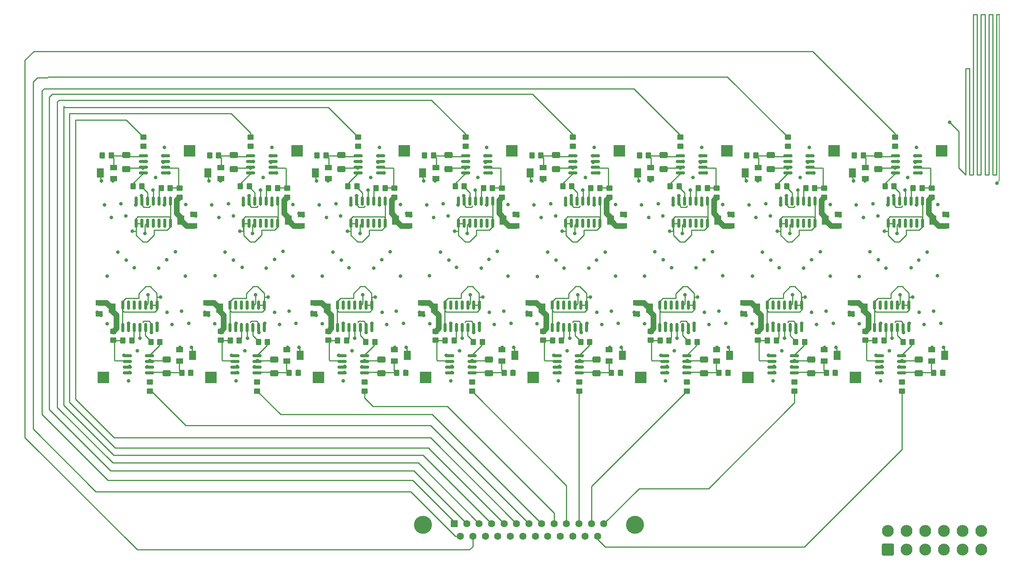
<source format=gbr>
%TF.GenerationSoftware,KiCad,Pcbnew,(6.0.7)*%
%TF.CreationDate,2022-08-12T11:14:58-05:00*%
%TF.ProjectId,SAQ-Readout,5341512d-5265-4616-946f-75742e6b6963,rev?*%
%TF.SameCoordinates,Original*%
%TF.FileFunction,Copper,L1,Top*%
%TF.FilePolarity,Positive*%
%FSLAX46Y46*%
G04 Gerber Fmt 4.6, Leading zero omitted, Abs format (unit mm)*
G04 Created by KiCad (PCBNEW (6.0.7)) date 2022-08-12 11:14:58*
%MOMM*%
%LPD*%
G01*
G04 APERTURE LIST*
G04 Aperture macros list*
%AMRoundRect*
0 Rectangle with rounded corners*
0 $1 Rounding radius*
0 $2 $3 $4 $5 $6 $7 $8 $9 X,Y pos of 4 corners*
0 Add a 4 corners polygon primitive as box body*
4,1,4,$2,$3,$4,$5,$6,$7,$8,$9,$2,$3,0*
0 Add four circle primitives for the rounded corners*
1,1,$1+$1,$2,$3*
1,1,$1+$1,$4,$5*
1,1,$1+$1,$6,$7*
1,1,$1+$1,$8,$9*
0 Add four rect primitives between the rounded corners*
20,1,$1+$1,$2,$3,$4,$5,0*
20,1,$1+$1,$4,$5,$6,$7,0*
20,1,$1+$1,$6,$7,$8,$9,0*
20,1,$1+$1,$8,$9,$2,$3,0*%
G04 Aperture macros list end*
%TA.AperFunction,SMDPad,CuDef*%
%ADD10RoundRect,0.250000X-0.650000X0.412500X-0.650000X-0.412500X0.650000X-0.412500X0.650000X0.412500X0*%
%TD*%
%TA.AperFunction,SMDPad,CuDef*%
%ADD11RoundRect,0.250000X-0.450000X0.350000X-0.450000X-0.350000X0.450000X-0.350000X0.450000X0.350000X0*%
%TD*%
%TA.AperFunction,SMDPad,CuDef*%
%ADD12R,1.600000X1.300000*%
%TD*%
%TA.AperFunction,SMDPad,CuDef*%
%ADD13R,1.600000X2.000000*%
%TD*%
%TA.AperFunction,SMDPad,CuDef*%
%ADD14RoundRect,0.250000X0.650000X-0.412500X0.650000X0.412500X-0.650000X0.412500X-0.650000X-0.412500X0*%
%TD*%
%TA.AperFunction,SMDPad,CuDef*%
%ADD15RoundRect,0.250000X0.350000X0.450000X-0.350000X0.450000X-0.350000X-0.450000X0.350000X-0.450000X0*%
%TD*%
%TA.AperFunction,SMDPad,CuDef*%
%ADD16RoundRect,0.250000X0.450000X-0.350000X0.450000X0.350000X-0.450000X0.350000X-0.450000X-0.350000X0*%
%TD*%
%TA.AperFunction,SMDPad,CuDef*%
%ADD17RoundRect,0.150000X-0.825000X-0.150000X0.825000X-0.150000X0.825000X0.150000X-0.825000X0.150000X0*%
%TD*%
%TA.AperFunction,ComponentPad*%
%ADD18R,2.500000X2.500000*%
%TD*%
%TA.AperFunction,SMDPad,CuDef*%
%ADD19RoundRect,0.250000X-0.350000X-0.450000X0.350000X-0.450000X0.350000X0.450000X-0.350000X0.450000X0*%
%TD*%
%TA.AperFunction,SMDPad,CuDef*%
%ADD20RoundRect,0.150000X-0.150000X0.825000X-0.150000X-0.825000X0.150000X-0.825000X0.150000X0.825000X0*%
%TD*%
%TA.AperFunction,ComponentPad*%
%ADD21RoundRect,0.250000X1.070000X-1.070000X1.070000X1.070000X-1.070000X1.070000X-1.070000X-1.070000X0*%
%TD*%
%TA.AperFunction,ComponentPad*%
%ADD22C,2.640000*%
%TD*%
%TA.AperFunction,SMDPad,CuDef*%
%ADD23RoundRect,0.150000X0.150000X-0.825000X0.150000X0.825000X-0.150000X0.825000X-0.150000X-0.825000X0*%
%TD*%
%TA.AperFunction,SMDPad,CuDef*%
%ADD24RoundRect,0.150000X0.825000X0.150000X-0.825000X0.150000X-0.825000X-0.150000X0.825000X-0.150000X0*%
%TD*%
%TA.AperFunction,ComponentPad*%
%ADD25C,4.000000*%
%TD*%
%TA.AperFunction,ComponentPad*%
%ADD26R,1.600000X1.600000*%
%TD*%
%TA.AperFunction,ComponentPad*%
%ADD27C,1.600000*%
%TD*%
%TA.AperFunction,ViaPad*%
%ADD28C,0.800000*%
%TD*%
%TA.AperFunction,Conductor*%
%ADD29C,0.250000*%
%TD*%
%TA.AperFunction,Conductor*%
%ADD30C,1.270000*%
%TD*%
%TA.AperFunction,Conductor*%
%ADD31C,0.200000*%
%TD*%
G04 APERTURE END LIST*
D10*
%TO.P,C1,1*%
%TO.N,Net-(C1-Pad1)*%
X132147205Y-58593167D03*
%TO.P,C1,2*%
%TO.N,Net-(C1-Pad2)*%
X132147205Y-61718167D03*
%TD*%
D11*
%TO.P,R5,1*%
%TO.N,Net-(C1-Pad2)*%
X185056637Y-109092067D03*
%TO.P,R5,2*%
%TO.N,CH2*%
X185056637Y-111092067D03*
%TD*%
D12*
%TO.P,RV2,1,1*%
%TO.N,GND*%
X54573757Y-91417667D03*
D13*
%TO.P,RV2,2,2*%
X57473757Y-92667667D03*
D12*
%TO.P,RV2,3,3*%
%TO.N,VDD*%
X54573757Y-93917667D03*
%TD*%
D14*
%TO.P,C1,1*%
%TO.N,Net-(C1-Pad1)*%
X93412733Y-107158767D03*
%TO.P,C1,2*%
%TO.N,Net-(C1-Pad2)*%
X93412733Y-104033767D03*
%TD*%
D12*
%TO.P,RV2,1,1*%
%TO.N,GND*%
X99433853Y-74334267D03*
D13*
%TO.P,RV2,2,2*%
X96533853Y-73084267D03*
D12*
%TO.P,RV2,3,3*%
%TO.N,VDD*%
X99433853Y-71834267D03*
%TD*%
D15*
%TO.P,R4,1*%
%TO.N,Net-(C1-Pad1)*%
X128803805Y-58707867D03*
%TO.P,R4,2*%
%TO.N,GND*%
X126803805Y-58707867D03*
%TD*%
D12*
%TO.P,RV1,1,1*%
%TO.N,GND*%
X120106109Y-101882467D03*
D13*
%TO.P,RV1,2,2*%
X123006109Y-103132467D03*
D12*
%TO.P,RV1,3,3*%
%TO.N,Net-(C1-Pad1)*%
X120106109Y-104382467D03*
%TD*%
%TO.P,RV1,1,1*%
%TO.N,GND*%
X105453829Y-63869467D03*
D13*
%TO.P,RV1,2,2*%
X102553829Y-62619467D03*
D12*
%TO.P,RV1,3,3*%
%TO.N,Net-(C1-Pad1)*%
X105453829Y-61369467D03*
%TD*%
D16*
%TO.P,R5,1*%
%TO.N,Net-(C1-Pad2)*%
X88204853Y-56659867D03*
%TO.P,R5,2*%
%TO.N,CH2*%
X88204853Y-54659867D03*
%TD*%
D12*
%TO.P,RV1,1,1*%
%TO.N,GND*%
X177006157Y-63869467D03*
D13*
%TO.P,RV1,2,2*%
X174106157Y-62619467D03*
D12*
%TO.P,RV1,3,3*%
%TO.N,Net-(C1-Pad1)*%
X177006157Y-61369467D03*
%TD*%
%TO.P,RV2,1,1*%
%TO.N,GND*%
X123284629Y-74334267D03*
D13*
%TO.P,RV2,2,2*%
X120384629Y-73084267D03*
D12*
%TO.P,RV2,3,3*%
%TO.N,VDD*%
X123284629Y-71834267D03*
%TD*%
D11*
%TO.P,R3,1*%
%TO.N,GND*%
X200830213Y-97763667D03*
%TO.P,R3,2*%
%TO.N,Net-(R2-Pad2)*%
X200830213Y-99763667D03*
%TD*%
D17*
%TO.P,U2,1,V+*%
%TO.N,+9V*%
X60838557Y-103183267D03*
%TO.P,U2,2,+*%
%TO.N,Net-(R2-Pad2)*%
X60838557Y-104453267D03*
%TO.P,U2,3,-*%
%TO.N,VDD*%
X60838557Y-105723267D03*
%TO.P,U2,4,V-*%
%TO.N,GND*%
X60838557Y-106993267D03*
%TO.P,U2,5,LATCH*%
%TO.N,Net-(C1-Pad1)*%
X65788557Y-106993267D03*
%TO.P,U2,6,GND*%
%TO.N,GND*%
X65788557Y-105723267D03*
%TO.P,U2,7,Q*%
%TO.N,Net-(C1-Pad2)*%
X65788557Y-104453267D03*
%TO.P,U2,8,~{Q}*%
%TO.N,Net-(R1-Pad2)*%
X65788557Y-103183267D03*
%TD*%
D15*
%TO.P,R1,1*%
%TO.N,Net-(R1-Pad1)*%
X231039509Y-65565867D03*
%TO.P,R1,2*%
%TO.N,Net-(R1-Pad2)*%
X229039509Y-65565867D03*
%TD*%
D12*
%TO.P,RV1,1,1*%
%TO.N,GND*%
X167807661Y-101882467D03*
D13*
%TO.P,RV1,2,2*%
X170707661Y-103132467D03*
D12*
%TO.P,RV1,3,3*%
%TO.N,Net-(C1-Pad1)*%
X167807661Y-104382467D03*
%TD*%
D17*
%TO.P,U2,1,V+*%
%TO.N,+9V*%
X156241661Y-103183267D03*
%TO.P,U2,2,+*%
%TO.N,Net-(R2-Pad2)*%
X156241661Y-104453267D03*
%TO.P,U2,3,-*%
%TO.N,VDD*%
X156241661Y-105723267D03*
%TO.P,U2,4,V-*%
%TO.N,GND*%
X156241661Y-106993267D03*
%TO.P,U2,5,LATCH*%
%TO.N,Net-(C1-Pad1)*%
X161191661Y-106993267D03*
%TO.P,U2,6,GND*%
%TO.N,GND*%
X161191661Y-105723267D03*
%TO.P,U2,7,Q*%
%TO.N,Net-(C1-Pad2)*%
X161191661Y-104453267D03*
%TO.P,U2,8,~{Q}*%
%TO.N,Net-(R1-Pad2)*%
X161191661Y-103183267D03*
%TD*%
D16*
%TO.P,R5,1*%
%TO.N,Net-(C1-Pad2)*%
X112055629Y-56659867D03*
%TO.P,R5,2*%
%TO.N,CH2*%
X112055629Y-54659867D03*
%TD*%
D18*
%TO.P,TP2,1,1*%
%TO.N,VDD*%
X150918861Y-108060067D03*
%TD*%
%TO.P,TP2,1,1*%
%TO.N,VDD*%
X74641077Y-57691867D03*
%TD*%
D12*
%TO.P,RV2,1,1*%
%TO.N,GND*%
X194836957Y-74334267D03*
D13*
%TO.P,RV2,2,2*%
X191936957Y-73084267D03*
D12*
%TO.P,RV2,3,3*%
%TO.N,VDD*%
X194836957Y-71834267D03*
%TD*%
D19*
%TO.P,R2,1*%
%TO.N,Net-(R2-Pad1)*%
X187586357Y-65946867D03*
%TO.P,R2,2*%
%TO.N,Net-(R2-Pad2)*%
X189586357Y-65946867D03*
%TD*%
%TO.P,R4,1*%
%TO.N,Net-(C1-Pad1)*%
X72905357Y-107044067D03*
%TO.P,R4,2*%
%TO.N,GND*%
X74905357Y-107044067D03*
%TD*%
D15*
%TO.P,R1,1*%
%TO.N,Net-(R1-Pad1)*%
X135636405Y-65565867D03*
%TO.P,R1,2*%
%TO.N,Net-(R1-Pad2)*%
X133636405Y-65565867D03*
%TD*%
D20*
%TO.P,U1,1,int_p*%
%TO.N,GND*%
X115104509Y-91970667D03*
%TO.P,U1,2,int_n'*%
X113834509Y-91970667D03*
%TO.P,U1,3,int_n*%
%TO.N,/Integrator2/CH-IN*%
X112564509Y-91970667D03*
%TO.P,U1,4,C1*%
%TO.N,unconnected-(U1-Pad4)*%
X111294509Y-91970667D03*
%TO.P,U1,5,C2*%
%TO.N,unconnected-(U1-Pad5)*%
X110024509Y-91970667D03*
%TO.P,U1,6,C3*%
%TO.N,unconnected-(U1-Pad6)*%
X108754509Y-91970667D03*
%TO.P,U1,7,nc*%
%TO.N,GND*%
X107484509Y-91970667D03*
%TO.P,U1,8,GNDA*%
X107484509Y-96920667D03*
%TO.P,U1,9,-V*%
%TO.N,-15V*%
X108754509Y-96920667D03*
%TO.P,U1,10,OUT*%
%TO.N,Net-(R2-Pad1)*%
X110024509Y-96920667D03*
%TO.P,U1,11,S1*%
%TO.N,+5V*%
X111294509Y-96920667D03*
%TO.P,U1,12,S2*%
%TO.N,Net-(R1-Pad1)*%
X112564509Y-96920667D03*
%TO.P,U1,13,GNDD*%
%TO.N,GND*%
X113834509Y-96920667D03*
%TO.P,U1,14,+V*%
%TO.N,+15V*%
X115104509Y-96920667D03*
%TD*%
D21*
%TO.P,J2,1,Pin_1*%
%TO.N,GND*%
X229666800Y-146304000D03*
D22*
%TO.P,J2,2,Pin_2*%
X233806800Y-146304000D03*
%TO.P,J2,3,Pin_3*%
%TO.N,+9V*%
X237946800Y-146304000D03*
%TO.P,J2,4,Pin_4*%
%TO.N,+5V*%
X242086800Y-146304000D03*
%TO.P,J2,5,Pin_5*%
%TO.N,-15V*%
X246226800Y-146304000D03*
%TO.P,J2,6,Pin_6*%
%TO.N,+15V*%
X250366800Y-146304000D03*
%TO.P,J2,7,Pin_7*%
%TO.N,GND*%
X229666800Y-142164000D03*
%TO.P,J2,8,Pin_8*%
X233806800Y-142164000D03*
%TO.P,J2,9,Pin_9*%
%TO.N,+9V*%
X237946800Y-142164000D03*
%TO.P,J2,10,Pin_10*%
%TO.N,+5V*%
X242086800Y-142164000D03*
%TO.P,J2,11,Pin_11*%
%TO.N,-15V*%
X246226800Y-142164000D03*
%TO.P,J2,12,Pin_12*%
%TO.N,+15V*%
X250366800Y-142164000D03*
%TD*%
D12*
%TO.P,RV1,1,1*%
%TO.N,GND*%
X81603053Y-63869467D03*
D13*
%TO.P,RV1,2,2*%
X78703053Y-62619467D03*
D12*
%TO.P,RV1,3,3*%
%TO.N,Net-(C1-Pad1)*%
X81603053Y-61369467D03*
%TD*%
D10*
%TO.P,C1,1*%
%TO.N,Net-(C1-Pad1)*%
X84445653Y-58593167D03*
%TO.P,C1,2*%
%TO.N,Net-(C1-Pad2)*%
X84445653Y-61718167D03*
%TD*%
D18*
%TO.P,TP2,1,1*%
%TO.N,VDD*%
X217745733Y-57691867D03*
%TD*%
%TO.P,TP2,1,1*%
%TO.N,VDD*%
X79366533Y-108060067D03*
%TD*%
D15*
%TO.P,R2,1*%
%TO.N,Net-(R2-Pad1)*%
X228779789Y-99805067D03*
%TO.P,R2,2*%
%TO.N,Net-(R2-Pad2)*%
X226779789Y-99805067D03*
%TD*%
%TO.P,R4,1*%
%TO.N,Net-(C1-Pad1)*%
X224206909Y-58707867D03*
%TO.P,R4,2*%
%TO.N,GND*%
X222206909Y-58707867D03*
%TD*%
D12*
%TO.P,RV2,1,1*%
%TO.N,GND*%
X221529189Y-91417667D03*
D13*
%TO.P,RV2,2,2*%
X224429189Y-92667667D03*
D12*
%TO.P,RV2,3,3*%
%TO.N,VDD*%
X221529189Y-93917667D03*
%TD*%
D19*
%TO.P,R4,1*%
%TO.N,Net-(C1-Pad1)*%
X120606909Y-107044067D03*
%TO.P,R4,2*%
%TO.N,GND*%
X122606909Y-107044067D03*
%TD*%
D15*
%TO.P,R2,1*%
%TO.N,Net-(R2-Pad1)*%
X85675133Y-99805067D03*
%TO.P,R2,2*%
%TO.N,Net-(R2-Pad2)*%
X83675133Y-99805067D03*
%TD*%
D19*
%TO.P,R2,1*%
%TO.N,Net-(R2-Pad1)*%
X211437133Y-65946867D03*
%TO.P,R2,2*%
%TO.N,Net-(R2-Pad2)*%
X213437133Y-65946867D03*
%TD*%
D12*
%TO.P,RV2,1,1*%
%TO.N,GND*%
X149976861Y-91417667D03*
D13*
%TO.P,RV2,2,2*%
X152876861Y-92667667D03*
D12*
%TO.P,RV2,3,3*%
%TO.N,VDD*%
X149976861Y-93917667D03*
%TD*%
D11*
%TO.P,R3,1*%
%TO.N,GND*%
X224680989Y-97763667D03*
%TO.P,R3,2*%
%TO.N,Net-(R2-Pad2)*%
X224680989Y-99763667D03*
%TD*%
D18*
%TO.P,TP2,1,1*%
%TO.N,VDD*%
X55515757Y-108060067D03*
%TD*%
D23*
%TO.P,U1,1,int_p*%
%TO.N,GND*%
X182007757Y-73781267D03*
%TO.P,U1,2,int_n'*%
X183277757Y-73781267D03*
%TO.P,U1,3,int_n*%
%TO.N,/Integrator2/CH-IN*%
X184547757Y-73781267D03*
%TO.P,U1,4,C1*%
%TO.N,unconnected-(U1-Pad4)*%
X185817757Y-73781267D03*
%TO.P,U1,5,C2*%
%TO.N,unconnected-(U1-Pad5)*%
X187087757Y-73781267D03*
%TO.P,U1,6,C3*%
%TO.N,unconnected-(U1-Pad6)*%
X188357757Y-73781267D03*
%TO.P,U1,7,nc*%
%TO.N,GND*%
X189627757Y-73781267D03*
%TO.P,U1,8,GNDA*%
X189627757Y-68831267D03*
%TO.P,U1,9,-V*%
%TO.N,-15V*%
X188357757Y-68831267D03*
%TO.P,U1,10,OUT*%
%TO.N,Net-(R2-Pad1)*%
X187087757Y-68831267D03*
%TO.P,U1,11,S1*%
%TO.N,+5V*%
X185817757Y-68831267D03*
%TO.P,U1,12,S2*%
%TO.N,Net-(R1-Pad1)*%
X184547757Y-68831267D03*
%TO.P,U1,13,GNDD*%
%TO.N,GND*%
X183277757Y-68831267D03*
%TO.P,U1,14,+V*%
%TO.N,+15V*%
X182007757Y-68831267D03*
%TD*%
D15*
%TO.P,R4,1*%
%TO.N,Net-(C1-Pad1)*%
X104953029Y-58707867D03*
%TO.P,R4,2*%
%TO.N,GND*%
X102953029Y-58707867D03*
%TD*%
D19*
%TO.P,R1,1*%
%TO.N,Net-(R1-Pad1)*%
X66072757Y-100186067D03*
%TO.P,R1,2*%
%TO.N,Net-(R1-Pad2)*%
X68072757Y-100186067D03*
%TD*%
%TO.P,R2,1*%
%TO.N,Net-(R2-Pad1)*%
X139884805Y-65946867D03*
%TO.P,R2,2*%
%TO.N,Net-(R2-Pad2)*%
X141884805Y-65946867D03*
%TD*%
D15*
%TO.P,R1,1*%
%TO.N,Net-(R1-Pad1)*%
X64084077Y-65565867D03*
%TO.P,R1,2*%
%TO.N,Net-(R1-Pad2)*%
X62084077Y-65565867D03*
%TD*%
D17*
%TO.P,U2,1,V+*%
%TO.N,+9V*%
X108540109Y-103183267D03*
%TO.P,U2,2,+*%
%TO.N,Net-(R2-Pad2)*%
X108540109Y-104453267D03*
%TO.P,U2,3,-*%
%TO.N,VDD*%
X108540109Y-105723267D03*
%TO.P,U2,4,V-*%
%TO.N,GND*%
X108540109Y-106993267D03*
%TO.P,U2,5,LATCH*%
%TO.N,Net-(C1-Pad1)*%
X113490109Y-106993267D03*
%TO.P,U2,6,GND*%
%TO.N,GND*%
X113490109Y-105723267D03*
%TO.P,U2,7,Q*%
%TO.N,Net-(C1-Pad2)*%
X113490109Y-104453267D03*
%TO.P,U2,8,~{Q}*%
%TO.N,Net-(R1-Pad2)*%
X113490109Y-103183267D03*
%TD*%
D24*
%TO.P,U2,1,V+*%
%TO.N,+9V*%
X188572157Y-62568667D03*
%TO.P,U2,2,+*%
%TO.N,Net-(R2-Pad2)*%
X188572157Y-61298667D03*
%TO.P,U2,3,-*%
%TO.N,VDD*%
X188572157Y-60028667D03*
%TO.P,U2,4,V-*%
%TO.N,GND*%
X188572157Y-58758667D03*
%TO.P,U2,5,LATCH*%
%TO.N,Net-(C1-Pad1)*%
X183622157Y-58758667D03*
%TO.P,U2,6,GND*%
%TO.N,GND*%
X183622157Y-60028667D03*
%TO.P,U2,7,Q*%
%TO.N,Net-(C1-Pad2)*%
X183622157Y-61298667D03*
%TO.P,U2,8,~{Q}*%
%TO.N,Net-(R1-Pad2)*%
X183622157Y-62568667D03*
%TD*%
D12*
%TO.P,RV2,1,1*%
%TO.N,GND*%
X197678413Y-91417667D03*
D13*
%TO.P,RV2,2,2*%
X200578413Y-92667667D03*
D12*
%TO.P,RV2,3,3*%
%TO.N,VDD*%
X197678413Y-93917667D03*
%TD*%
D18*
%TO.P,TP2,1,1*%
%TO.N,VDD*%
X170044181Y-57691867D03*
%TD*%
D16*
%TO.P,R5,1*%
%TO.N,Net-(C1-Pad2)*%
X159757181Y-56659867D03*
%TO.P,R5,2*%
%TO.N,CH2*%
X159757181Y-54659867D03*
%TD*%
D12*
%TO.P,RV1,1,1*%
%TO.N,GND*%
X129304605Y-63869467D03*
D13*
%TO.P,RV1,2,2*%
X126404605Y-62619467D03*
D12*
%TO.P,RV1,3,3*%
%TO.N,Net-(C1-Pad1)*%
X129304605Y-61369467D03*
%TD*%
D11*
%TO.P,R5,1*%
%TO.N,Net-(C1-Pad2)*%
X208907413Y-109092067D03*
%TO.P,R5,2*%
%TO.N,CH2*%
X208907413Y-111092067D03*
%TD*%
D12*
%TO.P,RV2,1,1*%
%TO.N,GND*%
X78424533Y-91417667D03*
D13*
%TO.P,RV2,2,2*%
X81324533Y-92667667D03*
D12*
%TO.P,RV2,3,3*%
%TO.N,VDD*%
X78424533Y-93917667D03*
%TD*%
D19*
%TO.P,R1,1*%
%TO.N,Net-(R1-Pad1)*%
X89923533Y-100186067D03*
%TO.P,R1,2*%
%TO.N,Net-(R1-Pad2)*%
X91923533Y-100186067D03*
%TD*%
D12*
%TO.P,RV1,1,1*%
%TO.N,GND*%
X215509213Y-101882467D03*
D13*
%TO.P,RV1,2,2*%
X218409213Y-103132467D03*
D12*
%TO.P,RV1,3,3*%
%TO.N,Net-(C1-Pad1)*%
X215509213Y-104382467D03*
%TD*%
D20*
%TO.P,U1,1,int_p*%
%TO.N,GND*%
X162806061Y-91970667D03*
%TO.P,U1,2,int_n'*%
X161536061Y-91970667D03*
%TO.P,U1,3,int_n*%
%TO.N,/Integrator2/CH-IN*%
X160266061Y-91970667D03*
%TO.P,U1,4,C1*%
%TO.N,unconnected-(U1-Pad4)*%
X158996061Y-91970667D03*
%TO.P,U1,5,C2*%
%TO.N,unconnected-(U1-Pad5)*%
X157726061Y-91970667D03*
%TO.P,U1,6,C3*%
%TO.N,unconnected-(U1-Pad6)*%
X156456061Y-91970667D03*
%TO.P,U1,7,nc*%
%TO.N,GND*%
X155186061Y-91970667D03*
%TO.P,U1,8,GNDA*%
X155186061Y-96920667D03*
%TO.P,U1,9,-V*%
%TO.N,-15V*%
X156456061Y-96920667D03*
%TO.P,U1,10,OUT*%
%TO.N,Net-(R2-Pad1)*%
X157726061Y-96920667D03*
%TO.P,U1,11,S1*%
%TO.N,+5V*%
X158996061Y-96920667D03*
%TO.P,U1,12,S2*%
%TO.N,Net-(R1-Pad1)*%
X160266061Y-96920667D03*
%TO.P,U1,13,GNDD*%
%TO.N,GND*%
X161536061Y-96920667D03*
%TO.P,U1,14,+V*%
%TO.N,+15V*%
X162806061Y-96920667D03*
%TD*%
D18*
%TO.P,TP2,1,1*%
%TO.N,VDD*%
X198620413Y-108060067D03*
%TD*%
D19*
%TO.P,R2,1*%
%TO.N,Net-(R2-Pad1)*%
X163735581Y-65946867D03*
%TO.P,R2,2*%
%TO.N,Net-(R2-Pad2)*%
X165735581Y-65946867D03*
%TD*%
D16*
%TO.P,R3,1*%
%TO.N,GND*%
X72431277Y-67988267D03*
%TO.P,R3,2*%
%TO.N,Net-(R2-Pad2)*%
X72431277Y-65988267D03*
%TD*%
D10*
%TO.P,C1,1*%
%TO.N,Net-(C1-Pad1)*%
X179848757Y-58593167D03*
%TO.P,C1,2*%
%TO.N,Net-(C1-Pad2)*%
X179848757Y-61718167D03*
%TD*%
D19*
%TO.P,R4,1*%
%TO.N,Net-(C1-Pad1)*%
X216010013Y-107044067D03*
%TO.P,R4,2*%
%TO.N,GND*%
X218010013Y-107044067D03*
%TD*%
D24*
%TO.P,U2,1,V+*%
%TO.N,+9V*%
X212422933Y-62568667D03*
%TO.P,U2,2,+*%
%TO.N,Net-(R2-Pad2)*%
X212422933Y-61298667D03*
%TO.P,U2,3,-*%
%TO.N,VDD*%
X212422933Y-60028667D03*
%TO.P,U2,4,V-*%
%TO.N,GND*%
X212422933Y-58758667D03*
%TO.P,U2,5,LATCH*%
%TO.N,Net-(C1-Pad1)*%
X207472933Y-58758667D03*
%TO.P,U2,6,GND*%
%TO.N,GND*%
X207472933Y-60028667D03*
%TO.P,U2,7,Q*%
%TO.N,Net-(C1-Pad2)*%
X207472933Y-61298667D03*
%TO.P,U2,8,~{Q}*%
%TO.N,Net-(R1-Pad2)*%
X207472933Y-62568667D03*
%TD*%
D18*
%TO.P,TP2,1,1*%
%TO.N,VDD*%
X122342629Y-57691867D03*
%TD*%
D19*
%TO.P,R1,1*%
%TO.N,Net-(R1-Pad1)*%
X137625085Y-100186067D03*
%TO.P,R1,2*%
%TO.N,Net-(R1-Pad2)*%
X139625085Y-100186067D03*
%TD*%
D20*
%TO.P,U1,1,int_p*%
%TO.N,GND*%
X234358389Y-91970667D03*
%TO.P,U1,2,int_n'*%
X233088389Y-91970667D03*
%TO.P,U1,3,int_n*%
%TO.N,/Integrator2/CH-IN*%
X231818389Y-91970667D03*
%TO.P,U1,4,C1*%
%TO.N,unconnected-(U1-Pad4)*%
X230548389Y-91970667D03*
%TO.P,U1,5,C2*%
%TO.N,unconnected-(U1-Pad5)*%
X229278389Y-91970667D03*
%TO.P,U1,6,C3*%
%TO.N,unconnected-(U1-Pad6)*%
X228008389Y-91970667D03*
%TO.P,U1,7,nc*%
%TO.N,GND*%
X226738389Y-91970667D03*
%TO.P,U1,8,GNDA*%
X226738389Y-96920667D03*
%TO.P,U1,9,-V*%
%TO.N,-15V*%
X228008389Y-96920667D03*
%TO.P,U1,10,OUT*%
%TO.N,Net-(R2-Pad1)*%
X229278389Y-96920667D03*
%TO.P,U1,11,S1*%
%TO.N,+5V*%
X230548389Y-96920667D03*
%TO.P,U1,12,S2*%
%TO.N,Net-(R1-Pad1)*%
X231818389Y-96920667D03*
%TO.P,U1,13,GNDD*%
%TO.N,GND*%
X233088389Y-96920667D03*
%TO.P,U1,14,+V*%
%TO.N,+15V*%
X234358389Y-96920667D03*
%TD*%
D19*
%TO.P,R1,1*%
%TO.N,Net-(R1-Pad1)*%
X209177413Y-100186067D03*
%TO.P,R1,2*%
%TO.N,Net-(R1-Pad2)*%
X211177413Y-100186067D03*
%TD*%
D16*
%TO.P,R3,1*%
%TO.N,GND*%
X215535933Y-67988267D03*
%TO.P,R3,2*%
%TO.N,Net-(R2-Pad2)*%
X215535933Y-65988267D03*
%TD*%
D18*
%TO.P,TP2,1,1*%
%TO.N,VDD*%
X241596509Y-57691867D03*
%TD*%
D11*
%TO.P,R5,1*%
%TO.N,Net-(C1-Pad2)*%
X65802757Y-109092067D03*
%TO.P,R5,2*%
%TO.N,CH2*%
X65802757Y-111092067D03*
%TD*%
D17*
%TO.P,U2,1,V+*%
%TO.N,+9V*%
X84689333Y-103183267D03*
%TO.P,U2,2,+*%
%TO.N,Net-(R2-Pad2)*%
X84689333Y-104453267D03*
%TO.P,U2,3,-*%
%TO.N,VDD*%
X84689333Y-105723267D03*
%TO.P,U2,4,V-*%
%TO.N,GND*%
X84689333Y-106993267D03*
%TO.P,U2,5,LATCH*%
%TO.N,Net-(C1-Pad1)*%
X89639333Y-106993267D03*
%TO.P,U2,6,GND*%
%TO.N,GND*%
X89639333Y-105723267D03*
%TO.P,U2,7,Q*%
%TO.N,Net-(C1-Pad2)*%
X89639333Y-104453267D03*
%TO.P,U2,8,~{Q}*%
%TO.N,Net-(R1-Pad2)*%
X89639333Y-103183267D03*
%TD*%
%TO.P,U2,1,V+*%
%TO.N,+9V*%
X180092437Y-103183267D03*
%TO.P,U2,2,+*%
%TO.N,Net-(R2-Pad2)*%
X180092437Y-104453267D03*
%TO.P,U2,3,-*%
%TO.N,VDD*%
X180092437Y-105723267D03*
%TO.P,U2,4,V-*%
%TO.N,GND*%
X180092437Y-106993267D03*
%TO.P,U2,5,LATCH*%
%TO.N,Net-(C1-Pad1)*%
X185042437Y-106993267D03*
%TO.P,U2,6,GND*%
%TO.N,GND*%
X185042437Y-105723267D03*
%TO.P,U2,7,Q*%
%TO.N,Net-(C1-Pad2)*%
X185042437Y-104453267D03*
%TO.P,U2,8,~{Q}*%
%TO.N,Net-(R1-Pad2)*%
X185042437Y-103183267D03*
%TD*%
D14*
%TO.P,C1,1*%
%TO.N,Net-(C1-Pad1)*%
X141114285Y-107158767D03*
%TO.P,C1,2*%
%TO.N,Net-(C1-Pad2)*%
X141114285Y-104033767D03*
%TD*%
D10*
%TO.P,C1,1*%
%TO.N,Net-(C1-Pad1)*%
X227550309Y-58593167D03*
%TO.P,C1,2*%
%TO.N,Net-(C1-Pad2)*%
X227550309Y-61718167D03*
%TD*%
D11*
%TO.P,R5,1*%
%TO.N,Net-(C1-Pad2)*%
X161205861Y-109092067D03*
%TO.P,R5,2*%
%TO.N,CH2*%
X161205861Y-111092067D03*
%TD*%
D23*
%TO.P,U1,1,int_p*%
%TO.N,GND*%
X62753877Y-73781267D03*
%TO.P,U1,2,int_n'*%
X64023877Y-73781267D03*
%TO.P,U1,3,int_n*%
%TO.N,/Integrator2/CH-IN*%
X65293877Y-73781267D03*
%TO.P,U1,4,C1*%
%TO.N,unconnected-(U1-Pad4)*%
X66563877Y-73781267D03*
%TO.P,U1,5,C2*%
%TO.N,unconnected-(U1-Pad5)*%
X67833877Y-73781267D03*
%TO.P,U1,6,C3*%
%TO.N,unconnected-(U1-Pad6)*%
X69103877Y-73781267D03*
%TO.P,U1,7,nc*%
%TO.N,GND*%
X70373877Y-73781267D03*
%TO.P,U1,8,GNDA*%
X70373877Y-68831267D03*
%TO.P,U1,9,-V*%
%TO.N,-15V*%
X69103877Y-68831267D03*
%TO.P,U1,10,OUT*%
%TO.N,Net-(R2-Pad1)*%
X67833877Y-68831267D03*
%TO.P,U1,11,S1*%
%TO.N,+5V*%
X66563877Y-68831267D03*
%TO.P,U1,12,S2*%
%TO.N,Net-(R1-Pad1)*%
X65293877Y-68831267D03*
%TO.P,U1,13,GNDD*%
%TO.N,GND*%
X64023877Y-68831267D03*
%TO.P,U1,14,+V*%
%TO.N,+15V*%
X62753877Y-68831267D03*
%TD*%
D15*
%TO.P,R2,1*%
%TO.N,Net-(R2-Pad1)*%
X109525909Y-99805067D03*
%TO.P,R2,2*%
%TO.N,Net-(R2-Pad2)*%
X107525909Y-99805067D03*
%TD*%
%TO.P,R4,1*%
%TO.N,Net-(C1-Pad1)*%
X200356133Y-58707867D03*
%TO.P,R4,2*%
%TO.N,GND*%
X198356133Y-58707867D03*
%TD*%
D10*
%TO.P,C1,1*%
%TO.N,Net-(C1-Pad1)*%
X203699533Y-58593167D03*
%TO.P,C1,2*%
%TO.N,Net-(C1-Pad2)*%
X203699533Y-61718167D03*
%TD*%
D12*
%TO.P,RV1,1,1*%
%TO.N,GND*%
X191658437Y-101882467D03*
D13*
%TO.P,RV1,2,2*%
X194558437Y-103132467D03*
D12*
%TO.P,RV1,3,3*%
%TO.N,Net-(C1-Pad1)*%
X191658437Y-104382467D03*
%TD*%
D16*
%TO.P,R3,1*%
%TO.N,GND*%
X120132829Y-67988267D03*
%TO.P,R3,2*%
%TO.N,Net-(R2-Pad2)*%
X120132829Y-65988267D03*
%TD*%
%TO.P,R5,1*%
%TO.N,Net-(C1-Pad2)*%
X64354077Y-56659867D03*
%TO.P,R5,2*%
%TO.N,CH2*%
X64354077Y-54659867D03*
%TD*%
%TO.P,R5,1*%
%TO.N,Net-(C1-Pad2)*%
X207458733Y-56659867D03*
%TO.P,R5,2*%
%TO.N,CH2*%
X207458733Y-54659867D03*
%TD*%
D15*
%TO.P,R2,1*%
%TO.N,Net-(R2-Pad1)*%
X157227461Y-99805067D03*
%TO.P,R2,2*%
%TO.N,Net-(R2-Pad2)*%
X155227461Y-99805067D03*
%TD*%
D20*
%TO.P,U1,1,int_p*%
%TO.N,GND*%
X138955285Y-91970667D03*
%TO.P,U1,2,int_n'*%
X137685285Y-91970667D03*
%TO.P,U1,3,int_n*%
%TO.N,/Integrator2/CH-IN*%
X136415285Y-91970667D03*
%TO.P,U1,4,C1*%
%TO.N,unconnected-(U1-Pad4)*%
X135145285Y-91970667D03*
%TO.P,U1,5,C2*%
%TO.N,unconnected-(U1-Pad5)*%
X133875285Y-91970667D03*
%TO.P,U1,6,C3*%
%TO.N,unconnected-(U1-Pad6)*%
X132605285Y-91970667D03*
%TO.P,U1,7,nc*%
%TO.N,GND*%
X131335285Y-91970667D03*
%TO.P,U1,8,GNDA*%
X131335285Y-96920667D03*
%TO.P,U1,9,-V*%
%TO.N,-15V*%
X132605285Y-96920667D03*
%TO.P,U1,10,OUT*%
%TO.N,Net-(R2-Pad1)*%
X133875285Y-96920667D03*
%TO.P,U1,11,S1*%
%TO.N,+5V*%
X135145285Y-96920667D03*
%TO.P,U1,12,S2*%
%TO.N,Net-(R1-Pad1)*%
X136415285Y-96920667D03*
%TO.P,U1,13,GNDD*%
%TO.N,GND*%
X137685285Y-96920667D03*
%TO.P,U1,14,+V*%
%TO.N,+15V*%
X138955285Y-96920667D03*
%TD*%
D12*
%TO.P,RV2,1,1*%
%TO.N,GND*%
X170986181Y-74334267D03*
D13*
%TO.P,RV2,2,2*%
X168086181Y-73084267D03*
D12*
%TO.P,RV2,3,3*%
%TO.N,VDD*%
X170986181Y-71834267D03*
%TD*%
D19*
%TO.P,R1,1*%
%TO.N,Net-(R1-Pad1)*%
X185326637Y-100186067D03*
%TO.P,R1,2*%
%TO.N,Net-(R1-Pad2)*%
X187326637Y-100186067D03*
%TD*%
D10*
%TO.P,C1,1*%
%TO.N,Net-(C1-Pad1)*%
X108296429Y-58593167D03*
%TO.P,C1,2*%
%TO.N,Net-(C1-Pad2)*%
X108296429Y-61718167D03*
%TD*%
D18*
%TO.P,TP2,1,1*%
%TO.N,VDD*%
X127068085Y-108060067D03*
%TD*%
D12*
%TO.P,RV1,1,1*%
%TO.N,GND*%
X96255333Y-101882467D03*
D13*
%TO.P,RV1,2,2*%
X99155333Y-103132467D03*
D12*
%TO.P,RV1,3,3*%
%TO.N,Net-(C1-Pad1)*%
X96255333Y-104382467D03*
%TD*%
D20*
%TO.P,U1,1,int_p*%
%TO.N,GND*%
X210507613Y-91970667D03*
%TO.P,U1,2,int_n'*%
X209237613Y-91970667D03*
%TO.P,U1,3,int_n*%
%TO.N,/Integrator2/CH-IN*%
X207967613Y-91970667D03*
%TO.P,U1,4,C1*%
%TO.N,unconnected-(U1-Pad4)*%
X206697613Y-91970667D03*
%TO.P,U1,5,C2*%
%TO.N,unconnected-(U1-Pad5)*%
X205427613Y-91970667D03*
%TO.P,U1,6,C3*%
%TO.N,unconnected-(U1-Pad6)*%
X204157613Y-91970667D03*
%TO.P,U1,7,nc*%
%TO.N,GND*%
X202887613Y-91970667D03*
%TO.P,U1,8,GNDA*%
X202887613Y-96920667D03*
%TO.P,U1,9,-V*%
%TO.N,-15V*%
X204157613Y-96920667D03*
%TO.P,U1,10,OUT*%
%TO.N,Net-(R2-Pad1)*%
X205427613Y-96920667D03*
%TO.P,U1,11,S1*%
%TO.N,+5V*%
X206697613Y-96920667D03*
%TO.P,U1,12,S2*%
%TO.N,Net-(R1-Pad1)*%
X207967613Y-96920667D03*
%TO.P,U1,13,GNDD*%
%TO.N,GND*%
X209237613Y-96920667D03*
%TO.P,U1,14,+V*%
%TO.N,+15V*%
X210507613Y-96920667D03*
%TD*%
D15*
%TO.P,R2,1*%
%TO.N,Net-(R2-Pad1)*%
X61824357Y-99805067D03*
%TO.P,R2,2*%
%TO.N,Net-(R2-Pad2)*%
X59824357Y-99805067D03*
%TD*%
D18*
%TO.P,TP2,1,1*%
%TO.N,VDD*%
X222471189Y-108060067D03*
%TD*%
D19*
%TO.P,R4,1*%
%TO.N,Net-(C1-Pad1)*%
X192159237Y-107044067D03*
%TO.P,R4,2*%
%TO.N,GND*%
X194159237Y-107044067D03*
%TD*%
%TO.P,R1,1*%
%TO.N,Net-(R1-Pad1)*%
X113774309Y-100186067D03*
%TO.P,R1,2*%
%TO.N,Net-(R1-Pad2)*%
X115774309Y-100186067D03*
%TD*%
D15*
%TO.P,R2,1*%
%TO.N,Net-(R2-Pad1)*%
X181078237Y-99805067D03*
%TO.P,R2,2*%
%TO.N,Net-(R2-Pad2)*%
X179078237Y-99805067D03*
%TD*%
D23*
%TO.P,U1,1,int_p*%
%TO.N,GND*%
X110455429Y-73781267D03*
%TO.P,U1,2,int_n'*%
X111725429Y-73781267D03*
%TO.P,U1,3,int_n*%
%TO.N,/Integrator2/CH-IN*%
X112995429Y-73781267D03*
%TO.P,U1,4,C1*%
%TO.N,unconnected-(U1-Pad4)*%
X114265429Y-73781267D03*
%TO.P,U1,5,C2*%
%TO.N,unconnected-(U1-Pad5)*%
X115535429Y-73781267D03*
%TO.P,U1,6,C3*%
%TO.N,unconnected-(U1-Pad6)*%
X116805429Y-73781267D03*
%TO.P,U1,7,nc*%
%TO.N,GND*%
X118075429Y-73781267D03*
%TO.P,U1,8,GNDA*%
X118075429Y-68831267D03*
%TO.P,U1,9,-V*%
%TO.N,-15V*%
X116805429Y-68831267D03*
%TO.P,U1,10,OUT*%
%TO.N,Net-(R2-Pad1)*%
X115535429Y-68831267D03*
%TO.P,U1,11,S1*%
%TO.N,+5V*%
X114265429Y-68831267D03*
%TO.P,U1,12,S2*%
%TO.N,Net-(R1-Pad1)*%
X112995429Y-68831267D03*
%TO.P,U1,13,GNDD*%
%TO.N,GND*%
X111725429Y-68831267D03*
%TO.P,U1,14,+V*%
%TO.N,+15V*%
X110455429Y-68831267D03*
%TD*%
D10*
%TO.P,C1,1*%
%TO.N,Net-(C1-Pad1)*%
X155997981Y-58593167D03*
%TO.P,C1,2*%
%TO.N,Net-(C1-Pad2)*%
X155997981Y-61718167D03*
%TD*%
D19*
%TO.P,R4,1*%
%TO.N,Net-(C1-Pad1)*%
X168308461Y-107044067D03*
%TO.P,R4,2*%
%TO.N,GND*%
X170308461Y-107044067D03*
%TD*%
D11*
%TO.P,R3,1*%
%TO.N,GND*%
X129277885Y-97763667D03*
%TO.P,R3,2*%
%TO.N,Net-(R2-Pad2)*%
X129277885Y-99763667D03*
%TD*%
D18*
%TO.P,TP2,1,1*%
%TO.N,VDD*%
X174769637Y-108060067D03*
%TD*%
D12*
%TO.P,RV2,1,1*%
%TO.N,GND*%
X173827637Y-91417667D03*
D13*
%TO.P,RV2,2,2*%
X176727637Y-92667667D03*
D12*
%TO.P,RV2,3,3*%
%TO.N,VDD*%
X173827637Y-93917667D03*
%TD*%
D20*
%TO.P,U1,1,int_p*%
%TO.N,GND*%
X186656837Y-91970667D03*
%TO.P,U1,2,int_n'*%
X185386837Y-91970667D03*
%TO.P,U1,3,int_n*%
%TO.N,/Integrator2/CH-IN*%
X184116837Y-91970667D03*
%TO.P,U1,4,C1*%
%TO.N,unconnected-(U1-Pad4)*%
X182846837Y-91970667D03*
%TO.P,U1,5,C2*%
%TO.N,unconnected-(U1-Pad5)*%
X181576837Y-91970667D03*
%TO.P,U1,6,C3*%
%TO.N,unconnected-(U1-Pad6)*%
X180306837Y-91970667D03*
%TO.P,U1,7,nc*%
%TO.N,GND*%
X179036837Y-91970667D03*
%TO.P,U1,8,GNDA*%
X179036837Y-96920667D03*
%TO.P,U1,9,-V*%
%TO.N,-15V*%
X180306837Y-96920667D03*
%TO.P,U1,10,OUT*%
%TO.N,Net-(R2-Pad1)*%
X181576837Y-96920667D03*
%TO.P,U1,11,S1*%
%TO.N,+5V*%
X182846837Y-96920667D03*
%TO.P,U1,12,S2*%
%TO.N,Net-(R1-Pad1)*%
X184116837Y-96920667D03*
%TO.P,U1,13,GNDD*%
%TO.N,GND*%
X185386837Y-96920667D03*
%TO.P,U1,14,+V*%
%TO.N,+15V*%
X186656837Y-96920667D03*
%TD*%
D10*
%TO.P,C1,1*%
%TO.N,Net-(C1-Pad1)*%
X60594877Y-58593167D03*
%TO.P,C1,2*%
%TO.N,Net-(C1-Pad2)*%
X60594877Y-61718167D03*
%TD*%
D18*
%TO.P,TP2,1,1*%
%TO.N,VDD*%
X103217309Y-108060067D03*
%TD*%
D23*
%TO.P,U1,1,int_p*%
%TO.N,GND*%
X205858533Y-73781267D03*
%TO.P,U1,2,int_n'*%
X207128533Y-73781267D03*
%TO.P,U1,3,int_n*%
%TO.N,/Integrator2/CH-IN*%
X208398533Y-73781267D03*
%TO.P,U1,4,C1*%
%TO.N,unconnected-(U1-Pad4)*%
X209668533Y-73781267D03*
%TO.P,U1,5,C2*%
%TO.N,unconnected-(U1-Pad5)*%
X210938533Y-73781267D03*
%TO.P,U1,6,C3*%
%TO.N,unconnected-(U1-Pad6)*%
X212208533Y-73781267D03*
%TO.P,U1,7,nc*%
%TO.N,GND*%
X213478533Y-73781267D03*
%TO.P,U1,8,GNDA*%
X213478533Y-68831267D03*
%TO.P,U1,9,-V*%
%TO.N,-15V*%
X212208533Y-68831267D03*
%TO.P,U1,10,OUT*%
%TO.N,Net-(R2-Pad1)*%
X210938533Y-68831267D03*
%TO.P,U1,11,S1*%
%TO.N,+5V*%
X209668533Y-68831267D03*
%TO.P,U1,12,S2*%
%TO.N,Net-(R1-Pad1)*%
X208398533Y-68831267D03*
%TO.P,U1,13,GNDD*%
%TO.N,GND*%
X207128533Y-68831267D03*
%TO.P,U1,14,+V*%
%TO.N,+15V*%
X205858533Y-68831267D03*
%TD*%
D15*
%TO.P,R4,1*%
%TO.N,Net-(C1-Pad1)*%
X57251477Y-58707867D03*
%TO.P,R4,2*%
%TO.N,GND*%
X55251477Y-58707867D03*
%TD*%
D24*
%TO.P,U2,1,V+*%
%TO.N,+9V*%
X164721381Y-62568667D03*
%TO.P,U2,2,+*%
%TO.N,Net-(R2-Pad2)*%
X164721381Y-61298667D03*
%TO.P,U2,3,-*%
%TO.N,VDD*%
X164721381Y-60028667D03*
%TO.P,U2,4,V-*%
%TO.N,GND*%
X164721381Y-58758667D03*
%TO.P,U2,5,LATCH*%
%TO.N,Net-(C1-Pad1)*%
X159771381Y-58758667D03*
%TO.P,U2,6,GND*%
%TO.N,GND*%
X159771381Y-60028667D03*
%TO.P,U2,7,Q*%
%TO.N,Net-(C1-Pad2)*%
X159771381Y-61298667D03*
%TO.P,U2,8,~{Q}*%
%TO.N,Net-(R1-Pad2)*%
X159771381Y-62568667D03*
%TD*%
D19*
%TO.P,R2,1*%
%TO.N,Net-(R2-Pad1)*%
X68332477Y-65946867D03*
%TO.P,R2,2*%
%TO.N,Net-(R2-Pad2)*%
X70332477Y-65946867D03*
%TD*%
D11*
%TO.P,R3,1*%
%TO.N,GND*%
X153128661Y-97763667D03*
%TO.P,R3,2*%
%TO.N,Net-(R2-Pad2)*%
X153128661Y-99763667D03*
%TD*%
D20*
%TO.P,U1,1,int_p*%
%TO.N,GND*%
X67402957Y-91970667D03*
%TO.P,U1,2,int_n'*%
X66132957Y-91970667D03*
%TO.P,U1,3,int_n*%
%TO.N,/Integrator2/CH-IN*%
X64862957Y-91970667D03*
%TO.P,U1,4,C1*%
%TO.N,unconnected-(U1-Pad4)*%
X63592957Y-91970667D03*
%TO.P,U1,5,C2*%
%TO.N,unconnected-(U1-Pad5)*%
X62322957Y-91970667D03*
%TO.P,U1,6,C3*%
%TO.N,unconnected-(U1-Pad6)*%
X61052957Y-91970667D03*
%TO.P,U1,7,nc*%
%TO.N,GND*%
X59782957Y-91970667D03*
%TO.P,U1,8,GNDA*%
X59782957Y-96920667D03*
%TO.P,U1,9,-V*%
%TO.N,-15V*%
X61052957Y-96920667D03*
%TO.P,U1,10,OUT*%
%TO.N,Net-(R2-Pad1)*%
X62322957Y-96920667D03*
%TO.P,U1,11,S1*%
%TO.N,+5V*%
X63592957Y-96920667D03*
%TO.P,U1,12,S2*%
%TO.N,Net-(R1-Pad1)*%
X64862957Y-96920667D03*
%TO.P,U1,13,GNDD*%
%TO.N,GND*%
X66132957Y-96920667D03*
%TO.P,U1,14,+V*%
%TO.N,+15V*%
X67402957Y-96920667D03*
%TD*%
D16*
%TO.P,R5,1*%
%TO.N,Net-(C1-Pad2)*%
X183607957Y-56659867D03*
%TO.P,R5,2*%
%TO.N,CH2*%
X183607957Y-54659867D03*
%TD*%
D19*
%TO.P,R4,1*%
%TO.N,Net-(C1-Pad1)*%
X239860789Y-107044067D03*
%TO.P,R4,2*%
%TO.N,GND*%
X241860789Y-107044067D03*
%TD*%
D12*
%TO.P,RV2,1,1*%
%TO.N,GND*%
X218687733Y-74334267D03*
D13*
%TO.P,RV2,2,2*%
X215787733Y-73084267D03*
D12*
%TO.P,RV2,3,3*%
%TO.N,VDD*%
X218687733Y-71834267D03*
%TD*%
D24*
%TO.P,U2,1,V+*%
%TO.N,+9V*%
X236273709Y-62568667D03*
%TO.P,U2,2,+*%
%TO.N,Net-(R2-Pad2)*%
X236273709Y-61298667D03*
%TO.P,U2,3,-*%
%TO.N,VDD*%
X236273709Y-60028667D03*
%TO.P,U2,4,V-*%
%TO.N,GND*%
X236273709Y-58758667D03*
%TO.P,U2,5,LATCH*%
%TO.N,Net-(C1-Pad1)*%
X231323709Y-58758667D03*
%TO.P,U2,6,GND*%
%TO.N,GND*%
X231323709Y-60028667D03*
%TO.P,U2,7,Q*%
%TO.N,Net-(C1-Pad2)*%
X231323709Y-61298667D03*
%TO.P,U2,8,~{Q}*%
%TO.N,Net-(R1-Pad2)*%
X231323709Y-62568667D03*
%TD*%
%TO.P,U2,1,V+*%
%TO.N,+9V*%
X140870605Y-62568667D03*
%TO.P,U2,2,+*%
%TO.N,Net-(R2-Pad2)*%
X140870605Y-61298667D03*
%TO.P,U2,3,-*%
%TO.N,VDD*%
X140870605Y-60028667D03*
%TO.P,U2,4,V-*%
%TO.N,GND*%
X140870605Y-58758667D03*
%TO.P,U2,5,LATCH*%
%TO.N,Net-(C1-Pad1)*%
X135920605Y-58758667D03*
%TO.P,U2,6,GND*%
%TO.N,GND*%
X135920605Y-60028667D03*
%TO.P,U2,7,Q*%
%TO.N,Net-(C1-Pad2)*%
X135920605Y-61298667D03*
%TO.P,U2,8,~{Q}*%
%TO.N,Net-(R1-Pad2)*%
X135920605Y-62568667D03*
%TD*%
D15*
%TO.P,R1,1*%
%TO.N,Net-(R1-Pad1)*%
X207188733Y-65565867D03*
%TO.P,R1,2*%
%TO.N,Net-(R1-Pad2)*%
X205188733Y-65565867D03*
%TD*%
D12*
%TO.P,RV1,1,1*%
%TO.N,GND*%
X153155381Y-63869467D03*
D13*
%TO.P,RV1,2,2*%
X150255381Y-62619467D03*
D12*
%TO.P,RV1,3,3*%
%TO.N,Net-(C1-Pad1)*%
X153155381Y-61369467D03*
%TD*%
D19*
%TO.P,R2,1*%
%TO.N,Net-(R2-Pad1)*%
X116034029Y-65946867D03*
%TO.P,R2,2*%
%TO.N,Net-(R2-Pad2)*%
X118034029Y-65946867D03*
%TD*%
D16*
%TO.P,R3,1*%
%TO.N,GND*%
X239386709Y-67988267D03*
%TO.P,R3,2*%
%TO.N,Net-(R2-Pad2)*%
X239386709Y-65988267D03*
%TD*%
D19*
%TO.P,R4,1*%
%TO.N,Net-(C1-Pad1)*%
X144457685Y-107044067D03*
%TO.P,R4,2*%
%TO.N,GND*%
X146457685Y-107044067D03*
%TD*%
D16*
%TO.P,R5,1*%
%TO.N,Net-(C1-Pad2)*%
X135906405Y-56659867D03*
%TO.P,R5,2*%
%TO.N,CH2*%
X135906405Y-54659867D03*
%TD*%
D19*
%TO.P,R2,1*%
%TO.N,Net-(R2-Pad1)*%
X235287909Y-65946867D03*
%TO.P,R2,2*%
%TO.N,Net-(R2-Pad2)*%
X237287909Y-65946867D03*
%TD*%
%TO.P,R4,1*%
%TO.N,Net-(C1-Pad1)*%
X96756133Y-107044067D03*
%TO.P,R4,2*%
%TO.N,GND*%
X98756133Y-107044067D03*
%TD*%
%TO.P,R1,1*%
%TO.N,Net-(R1-Pad1)*%
X233028189Y-100186067D03*
%TO.P,R1,2*%
%TO.N,Net-(R1-Pad2)*%
X235028189Y-100186067D03*
%TD*%
D11*
%TO.P,R5,1*%
%TO.N,Net-(C1-Pad2)*%
X113504309Y-109092067D03*
%TO.P,R5,2*%
%TO.N,CH2*%
X113504309Y-111092067D03*
%TD*%
D16*
%TO.P,R3,1*%
%TO.N,GND*%
X191685157Y-67988267D03*
%TO.P,R3,2*%
%TO.N,Net-(R2-Pad2)*%
X191685157Y-65988267D03*
%TD*%
D15*
%TO.P,R1,1*%
%TO.N,Net-(R1-Pad1)*%
X87934853Y-65565867D03*
%TO.P,R1,2*%
%TO.N,Net-(R1-Pad2)*%
X85934853Y-65565867D03*
%TD*%
D18*
%TO.P,TP2,1,1*%
%TO.N,VDD*%
X98491853Y-57691867D03*
%TD*%
D15*
%TO.P,R1,1*%
%TO.N,Net-(R1-Pad1)*%
X159487181Y-65565867D03*
%TO.P,R1,2*%
%TO.N,Net-(R1-Pad2)*%
X157487181Y-65565867D03*
%TD*%
D20*
%TO.P,U1,1,int_p*%
%TO.N,GND*%
X91253733Y-91970667D03*
%TO.P,U1,2,int_n'*%
X89983733Y-91970667D03*
%TO.P,U1,3,int_n*%
%TO.N,/Integrator2/CH-IN*%
X88713733Y-91970667D03*
%TO.P,U1,4,C1*%
%TO.N,unconnected-(U1-Pad4)*%
X87443733Y-91970667D03*
%TO.P,U1,5,C2*%
%TO.N,unconnected-(U1-Pad5)*%
X86173733Y-91970667D03*
%TO.P,U1,6,C3*%
%TO.N,unconnected-(U1-Pad6)*%
X84903733Y-91970667D03*
%TO.P,U1,7,nc*%
%TO.N,GND*%
X83633733Y-91970667D03*
%TO.P,U1,8,GNDA*%
X83633733Y-96920667D03*
%TO.P,U1,9,-V*%
%TO.N,-15V*%
X84903733Y-96920667D03*
%TO.P,U1,10,OUT*%
%TO.N,Net-(R2-Pad1)*%
X86173733Y-96920667D03*
%TO.P,U1,11,S1*%
%TO.N,+5V*%
X87443733Y-96920667D03*
%TO.P,U1,12,S2*%
%TO.N,Net-(R1-Pad1)*%
X88713733Y-96920667D03*
%TO.P,U1,13,GNDD*%
%TO.N,GND*%
X89983733Y-96920667D03*
%TO.P,U1,14,+V*%
%TO.N,+15V*%
X91253733Y-96920667D03*
%TD*%
D11*
%TO.P,R3,1*%
%TO.N,GND*%
X105427109Y-97763667D03*
%TO.P,R3,2*%
%TO.N,Net-(R2-Pad2)*%
X105427109Y-99763667D03*
%TD*%
%TO.P,R3,1*%
%TO.N,GND*%
X176979437Y-97763667D03*
%TO.P,R3,2*%
%TO.N,Net-(R2-Pad2)*%
X176979437Y-99763667D03*
%TD*%
%TO.P,R5,1*%
%TO.N,Net-(C1-Pad2)*%
X232758189Y-109092067D03*
%TO.P,R5,2*%
%TO.N,CH2*%
X232758189Y-111092067D03*
%TD*%
D14*
%TO.P,C1,1*%
%TO.N,Net-(C1-Pad1)*%
X236517389Y-107158767D03*
%TO.P,C1,2*%
%TO.N,Net-(C1-Pad2)*%
X236517389Y-104033767D03*
%TD*%
%TO.P,C1,1*%
%TO.N,Net-(C1-Pad1)*%
X164965061Y-107158767D03*
%TO.P,C1,2*%
%TO.N,Net-(C1-Pad2)*%
X164965061Y-104033767D03*
%TD*%
%TO.P,C1,1*%
%TO.N,Net-(C1-Pad1)*%
X69561957Y-107158767D03*
%TO.P,C1,2*%
%TO.N,Net-(C1-Pad2)*%
X69561957Y-104033767D03*
%TD*%
D12*
%TO.P,RV1,1,1*%
%TO.N,GND*%
X239359989Y-101882467D03*
D13*
%TO.P,RV1,2,2*%
X242259989Y-103132467D03*
D12*
%TO.P,RV1,3,3*%
%TO.N,Net-(C1-Pad1)*%
X239359989Y-104382467D03*
%TD*%
D14*
%TO.P,C1,1*%
%TO.N,Net-(C1-Pad1)*%
X212666613Y-107158767D03*
%TO.P,C1,2*%
%TO.N,Net-(C1-Pad2)*%
X212666613Y-104033767D03*
%TD*%
D15*
%TO.P,R2,1*%
%TO.N,Net-(R2-Pad1)*%
X133376685Y-99805067D03*
%TO.P,R2,2*%
%TO.N,Net-(R2-Pad2)*%
X131376685Y-99805067D03*
%TD*%
%TO.P,R4,1*%
%TO.N,Net-(C1-Pad1)*%
X176505357Y-58707867D03*
%TO.P,R4,2*%
%TO.N,GND*%
X174505357Y-58707867D03*
%TD*%
D14*
%TO.P,C1,1*%
%TO.N,Net-(C1-Pad1)*%
X188815837Y-107158767D03*
%TO.P,C1,2*%
%TO.N,Net-(C1-Pad2)*%
X188815837Y-104033767D03*
%TD*%
D15*
%TO.P,R1,1*%
%TO.N,Net-(R1-Pad1)*%
X111785629Y-65565867D03*
%TO.P,R1,2*%
%TO.N,Net-(R1-Pad2)*%
X109785629Y-65565867D03*
%TD*%
D17*
%TO.P,U2,1,V+*%
%TO.N,+9V*%
X203943213Y-103183267D03*
%TO.P,U2,2,+*%
%TO.N,Net-(R2-Pad2)*%
X203943213Y-104453267D03*
%TO.P,U2,3,-*%
%TO.N,VDD*%
X203943213Y-105723267D03*
%TO.P,U2,4,V-*%
%TO.N,GND*%
X203943213Y-106993267D03*
%TO.P,U2,5,LATCH*%
%TO.N,Net-(C1-Pad1)*%
X208893213Y-106993267D03*
%TO.P,U2,6,GND*%
%TO.N,GND*%
X208893213Y-105723267D03*
%TO.P,U2,7,Q*%
%TO.N,Net-(C1-Pad2)*%
X208893213Y-104453267D03*
%TO.P,U2,8,~{Q}*%
%TO.N,Net-(R1-Pad2)*%
X208893213Y-103183267D03*
%TD*%
D12*
%TO.P,RV1,1,1*%
%TO.N,GND*%
X72404557Y-101882467D03*
D13*
%TO.P,RV1,2,2*%
X75304557Y-103132467D03*
D12*
%TO.P,RV1,3,3*%
%TO.N,Net-(C1-Pad1)*%
X72404557Y-104382467D03*
%TD*%
D23*
%TO.P,U1,1,int_p*%
%TO.N,GND*%
X229709309Y-73781267D03*
%TO.P,U1,2,int_n'*%
X230979309Y-73781267D03*
%TO.P,U1,3,int_n*%
%TO.N,/Integrator2/CH-IN*%
X232249309Y-73781267D03*
%TO.P,U1,4,C1*%
%TO.N,unconnected-(U1-Pad4)*%
X233519309Y-73781267D03*
%TO.P,U1,5,C2*%
%TO.N,unconnected-(U1-Pad5)*%
X234789309Y-73781267D03*
%TO.P,U1,6,C3*%
%TO.N,unconnected-(U1-Pad6)*%
X236059309Y-73781267D03*
%TO.P,U1,7,nc*%
%TO.N,GND*%
X237329309Y-73781267D03*
%TO.P,U1,8,GNDA*%
X237329309Y-68831267D03*
%TO.P,U1,9,-V*%
%TO.N,-15V*%
X236059309Y-68831267D03*
%TO.P,U1,10,OUT*%
%TO.N,Net-(R2-Pad1)*%
X234789309Y-68831267D03*
%TO.P,U1,11,S1*%
%TO.N,+5V*%
X233519309Y-68831267D03*
%TO.P,U1,12,S2*%
%TO.N,Net-(R1-Pad1)*%
X232249309Y-68831267D03*
%TO.P,U1,13,GNDD*%
%TO.N,GND*%
X230979309Y-68831267D03*
%TO.P,U1,14,+V*%
%TO.N,+15V*%
X229709309Y-68831267D03*
%TD*%
D24*
%TO.P,U2,1,V+*%
%TO.N,+9V*%
X117019829Y-62568667D03*
%TO.P,U2,2,+*%
%TO.N,Net-(R2-Pad2)*%
X117019829Y-61298667D03*
%TO.P,U2,3,-*%
%TO.N,VDD*%
X117019829Y-60028667D03*
%TO.P,U2,4,V-*%
%TO.N,GND*%
X117019829Y-58758667D03*
%TO.P,U2,5,LATCH*%
%TO.N,Net-(C1-Pad1)*%
X112069829Y-58758667D03*
%TO.P,U2,6,GND*%
%TO.N,GND*%
X112069829Y-60028667D03*
%TO.P,U2,7,Q*%
%TO.N,Net-(C1-Pad2)*%
X112069829Y-61298667D03*
%TO.P,U2,8,~{Q}*%
%TO.N,Net-(R1-Pad2)*%
X112069829Y-62568667D03*
%TD*%
D12*
%TO.P,RV2,1,1*%
%TO.N,GND*%
X102275309Y-91417667D03*
D13*
%TO.P,RV2,2,2*%
X105175309Y-92667667D03*
D12*
%TO.P,RV2,3,3*%
%TO.N,VDD*%
X102275309Y-93917667D03*
%TD*%
D23*
%TO.P,U1,1,int_p*%
%TO.N,GND*%
X158156981Y-73781267D03*
%TO.P,U1,2,int_n'*%
X159426981Y-73781267D03*
%TO.P,U1,3,int_n*%
%TO.N,/Integrator2/CH-IN*%
X160696981Y-73781267D03*
%TO.P,U1,4,C1*%
%TO.N,unconnected-(U1-Pad4)*%
X161966981Y-73781267D03*
%TO.P,U1,5,C2*%
%TO.N,unconnected-(U1-Pad5)*%
X163236981Y-73781267D03*
%TO.P,U1,6,C3*%
%TO.N,unconnected-(U1-Pad6)*%
X164506981Y-73781267D03*
%TO.P,U1,7,nc*%
%TO.N,GND*%
X165776981Y-73781267D03*
%TO.P,U1,8,GNDA*%
X165776981Y-68831267D03*
%TO.P,U1,9,-V*%
%TO.N,-15V*%
X164506981Y-68831267D03*
%TO.P,U1,10,OUT*%
%TO.N,Net-(R2-Pad1)*%
X163236981Y-68831267D03*
%TO.P,U1,11,S1*%
%TO.N,+5V*%
X161966981Y-68831267D03*
%TO.P,U1,12,S2*%
%TO.N,Net-(R1-Pad1)*%
X160696981Y-68831267D03*
%TO.P,U1,13,GNDD*%
%TO.N,GND*%
X159426981Y-68831267D03*
%TO.P,U1,14,+V*%
%TO.N,+15V*%
X158156981Y-68831267D03*
%TD*%
D11*
%TO.P,R5,1*%
%TO.N,Net-(C1-Pad2)*%
X89653533Y-109092067D03*
%TO.P,R5,2*%
%TO.N,CH2*%
X89653533Y-111092067D03*
%TD*%
D16*
%TO.P,R3,1*%
%TO.N,GND*%
X96282053Y-67988267D03*
%TO.P,R3,2*%
%TO.N,Net-(R2-Pad2)*%
X96282053Y-65988267D03*
%TD*%
D24*
%TO.P,U2,1,V+*%
%TO.N,+9V*%
X69318277Y-62568667D03*
%TO.P,U2,2,+*%
%TO.N,Net-(R2-Pad2)*%
X69318277Y-61298667D03*
%TO.P,U2,3,-*%
%TO.N,VDD*%
X69318277Y-60028667D03*
%TO.P,U2,4,V-*%
%TO.N,GND*%
X69318277Y-58758667D03*
%TO.P,U2,5,LATCH*%
%TO.N,Net-(C1-Pad1)*%
X64368277Y-58758667D03*
%TO.P,U2,6,GND*%
%TO.N,GND*%
X64368277Y-60028667D03*
%TO.P,U2,7,Q*%
%TO.N,Net-(C1-Pad2)*%
X64368277Y-61298667D03*
%TO.P,U2,8,~{Q}*%
%TO.N,Net-(R1-Pad2)*%
X64368277Y-62568667D03*
%TD*%
D12*
%TO.P,RV2,1,1*%
%TO.N,GND*%
X147135405Y-74334267D03*
D13*
%TO.P,RV2,2,2*%
X144235405Y-73084267D03*
D12*
%TO.P,RV2,3,3*%
%TO.N,VDD*%
X147135405Y-71834267D03*
%TD*%
D18*
%TO.P,TP2,1,1*%
%TO.N,VDD*%
X193894957Y-57691867D03*
%TD*%
D15*
%TO.P,R2,1*%
%TO.N,Net-(R2-Pad1)*%
X204929013Y-99805067D03*
%TO.P,R2,2*%
%TO.N,Net-(R2-Pad2)*%
X202929013Y-99805067D03*
%TD*%
D16*
%TO.P,R5,1*%
%TO.N,Net-(C1-Pad2)*%
X231309509Y-56659867D03*
%TO.P,R5,2*%
%TO.N,CH2*%
X231309509Y-54659867D03*
%TD*%
%TO.P,R3,1*%
%TO.N,GND*%
X143983605Y-67988267D03*
%TO.P,R3,2*%
%TO.N,Net-(R2-Pad2)*%
X143983605Y-65988267D03*
%TD*%
D15*
%TO.P,R4,1*%
%TO.N,Net-(C1-Pad1)*%
X81102253Y-58707867D03*
%TO.P,R4,2*%
%TO.N,GND*%
X79102253Y-58707867D03*
%TD*%
D12*
%TO.P,RV1,1,1*%
%TO.N,GND*%
X57752277Y-63869467D03*
D13*
%TO.P,RV1,2,2*%
X54852277Y-62619467D03*
D12*
%TO.P,RV1,3,3*%
%TO.N,Net-(C1-Pad1)*%
X57752277Y-61369467D03*
%TD*%
%TO.P,RV1,1,1*%
%TO.N,GND*%
X143956885Y-101882467D03*
D13*
%TO.P,RV1,2,2*%
X146856885Y-103132467D03*
D12*
%TO.P,RV1,3,3*%
%TO.N,Net-(C1-Pad1)*%
X143956885Y-104382467D03*
%TD*%
D24*
%TO.P,U2,1,V+*%
%TO.N,+9V*%
X93169053Y-62568667D03*
%TO.P,U2,2,+*%
%TO.N,Net-(R2-Pad2)*%
X93169053Y-61298667D03*
%TO.P,U2,3,-*%
%TO.N,VDD*%
X93169053Y-60028667D03*
%TO.P,U2,4,V-*%
%TO.N,GND*%
X93169053Y-58758667D03*
%TO.P,U2,5,LATCH*%
%TO.N,Net-(C1-Pad1)*%
X88219053Y-58758667D03*
%TO.P,U2,6,GND*%
%TO.N,GND*%
X88219053Y-60028667D03*
%TO.P,U2,7,Q*%
%TO.N,Net-(C1-Pad2)*%
X88219053Y-61298667D03*
%TO.P,U2,8,~{Q}*%
%TO.N,Net-(R1-Pad2)*%
X88219053Y-62568667D03*
%TD*%
D12*
%TO.P,RV2,1,1*%
%TO.N,GND*%
X126126085Y-91417667D03*
D13*
%TO.P,RV2,2,2*%
X129026085Y-92667667D03*
D12*
%TO.P,RV2,3,3*%
%TO.N,VDD*%
X126126085Y-93917667D03*
%TD*%
D14*
%TO.P,C1,1*%
%TO.N,Net-(C1-Pad1)*%
X117263509Y-107158767D03*
%TO.P,C1,2*%
%TO.N,Net-(C1-Pad2)*%
X117263509Y-104033767D03*
%TD*%
D12*
%TO.P,RV1,1,1*%
%TO.N,GND*%
X224707709Y-63869467D03*
D13*
%TO.P,RV1,2,2*%
X221807709Y-62619467D03*
D12*
%TO.P,RV1,3,3*%
%TO.N,Net-(C1-Pad1)*%
X224707709Y-61369467D03*
%TD*%
D18*
%TO.P,TP2,1,1*%
%TO.N,VDD*%
X146193405Y-57691867D03*
%TD*%
D19*
%TO.P,R2,1*%
%TO.N,Net-(R2-Pad1)*%
X92183253Y-65946867D03*
%TO.P,R2,2*%
%TO.N,Net-(R2-Pad2)*%
X94183253Y-65946867D03*
%TD*%
D12*
%TO.P,RV1,1,1*%
%TO.N,GND*%
X200856933Y-63869467D03*
D13*
%TO.P,RV1,2,2*%
X197956933Y-62619467D03*
D12*
%TO.P,RV1,3,3*%
%TO.N,Net-(C1-Pad1)*%
X200856933Y-61369467D03*
%TD*%
D23*
%TO.P,U1,1,int_p*%
%TO.N,GND*%
X86604653Y-73781267D03*
%TO.P,U1,2,int_n'*%
X87874653Y-73781267D03*
%TO.P,U1,3,int_n*%
%TO.N,/Integrator2/CH-IN*%
X89144653Y-73781267D03*
%TO.P,U1,4,C1*%
%TO.N,unconnected-(U1-Pad4)*%
X90414653Y-73781267D03*
%TO.P,U1,5,C2*%
%TO.N,unconnected-(U1-Pad5)*%
X91684653Y-73781267D03*
%TO.P,U1,6,C3*%
%TO.N,unconnected-(U1-Pad6)*%
X92954653Y-73781267D03*
%TO.P,U1,7,nc*%
%TO.N,GND*%
X94224653Y-73781267D03*
%TO.P,U1,8,GNDA*%
X94224653Y-68831267D03*
%TO.P,U1,9,-V*%
%TO.N,-15V*%
X92954653Y-68831267D03*
%TO.P,U1,10,OUT*%
%TO.N,Net-(R2-Pad1)*%
X91684653Y-68831267D03*
%TO.P,U1,11,S1*%
%TO.N,+5V*%
X90414653Y-68831267D03*
%TO.P,U1,12,S2*%
%TO.N,Net-(R1-Pad1)*%
X89144653Y-68831267D03*
%TO.P,U1,13,GNDD*%
%TO.N,GND*%
X87874653Y-68831267D03*
%TO.P,U1,14,+V*%
%TO.N,+15V*%
X86604653Y-68831267D03*
%TD*%
D12*
%TO.P,RV2,1,1*%
%TO.N,GND*%
X75583077Y-74334267D03*
D13*
%TO.P,RV2,2,2*%
X72683077Y-73084267D03*
D12*
%TO.P,RV2,3,3*%
%TO.N,VDD*%
X75583077Y-71834267D03*
%TD*%
D17*
%TO.P,U2,1,V+*%
%TO.N,+9V*%
X132390885Y-103183267D03*
%TO.P,U2,2,+*%
%TO.N,Net-(R2-Pad2)*%
X132390885Y-104453267D03*
%TO.P,U2,3,-*%
%TO.N,VDD*%
X132390885Y-105723267D03*
%TO.P,U2,4,V-*%
%TO.N,GND*%
X132390885Y-106993267D03*
%TO.P,U2,5,LATCH*%
%TO.N,Net-(C1-Pad1)*%
X137340885Y-106993267D03*
%TO.P,U2,6,GND*%
%TO.N,GND*%
X137340885Y-105723267D03*
%TO.P,U2,7,Q*%
%TO.N,Net-(C1-Pad2)*%
X137340885Y-104453267D03*
%TO.P,U2,8,~{Q}*%
%TO.N,Net-(R1-Pad2)*%
X137340885Y-103183267D03*
%TD*%
D19*
%TO.P,R1,1*%
%TO.N,Net-(R1-Pad1)*%
X161475861Y-100186067D03*
%TO.P,R1,2*%
%TO.N,Net-(R1-Pad2)*%
X163475861Y-100186067D03*
%TD*%
D11*
%TO.P,R3,1*%
%TO.N,GND*%
X57725557Y-97763667D03*
%TO.P,R3,2*%
%TO.N,Net-(R2-Pad2)*%
X57725557Y-99763667D03*
%TD*%
D23*
%TO.P,U1,1,int_p*%
%TO.N,GND*%
X134306205Y-73781267D03*
%TO.P,U1,2,int_n'*%
X135576205Y-73781267D03*
%TO.P,U1,3,int_n*%
%TO.N,/Integrator2/CH-IN*%
X136846205Y-73781267D03*
%TO.P,U1,4,C1*%
%TO.N,unconnected-(U1-Pad4)*%
X138116205Y-73781267D03*
%TO.P,U1,5,C2*%
%TO.N,unconnected-(U1-Pad5)*%
X139386205Y-73781267D03*
%TO.P,U1,6,C3*%
%TO.N,unconnected-(U1-Pad6)*%
X140656205Y-73781267D03*
%TO.P,U1,7,nc*%
%TO.N,GND*%
X141926205Y-73781267D03*
%TO.P,U1,8,GNDA*%
X141926205Y-68831267D03*
%TO.P,U1,9,-V*%
%TO.N,-15V*%
X140656205Y-68831267D03*
%TO.P,U1,10,OUT*%
%TO.N,Net-(R2-Pad1)*%
X139386205Y-68831267D03*
%TO.P,U1,11,S1*%
%TO.N,+5V*%
X138116205Y-68831267D03*
%TO.P,U1,12,S2*%
%TO.N,Net-(R1-Pad1)*%
X136846205Y-68831267D03*
%TO.P,U1,13,GNDD*%
%TO.N,GND*%
X135576205Y-68831267D03*
%TO.P,U1,14,+V*%
%TO.N,+15V*%
X134306205Y-68831267D03*
%TD*%
D16*
%TO.P,R3,1*%
%TO.N,GND*%
X167834381Y-67988267D03*
%TO.P,R3,2*%
%TO.N,Net-(R2-Pad2)*%
X167834381Y-65988267D03*
%TD*%
D12*
%TO.P,RV2,1,1*%
%TO.N,GND*%
X242538509Y-74334267D03*
D13*
%TO.P,RV2,2,2*%
X239638509Y-73084267D03*
D12*
%TO.P,RV2,3,3*%
%TO.N,VDD*%
X242538509Y-71834267D03*
%TD*%
D15*
%TO.P,R4,1*%
%TO.N,Net-(C1-Pad1)*%
X152654581Y-58707867D03*
%TO.P,R4,2*%
%TO.N,GND*%
X150654581Y-58707867D03*
%TD*%
D17*
%TO.P,U2,1,V+*%
%TO.N,+9V*%
X227793989Y-103183267D03*
%TO.P,U2,2,+*%
%TO.N,Net-(R2-Pad2)*%
X227793989Y-104453267D03*
%TO.P,U2,3,-*%
%TO.N,VDD*%
X227793989Y-105723267D03*
%TO.P,U2,4,V-*%
%TO.N,GND*%
X227793989Y-106993267D03*
%TO.P,U2,5,LATCH*%
%TO.N,Net-(C1-Pad1)*%
X232743989Y-106993267D03*
%TO.P,U2,6,GND*%
%TO.N,GND*%
X232743989Y-105723267D03*
%TO.P,U2,7,Q*%
%TO.N,Net-(C1-Pad2)*%
X232743989Y-104453267D03*
%TO.P,U2,8,~{Q}*%
%TO.N,Net-(R1-Pad2)*%
X232743989Y-103183267D03*
%TD*%
D15*
%TO.P,R1,1*%
%TO.N,Net-(R1-Pad1)*%
X183337957Y-65565867D03*
%TO.P,R1,2*%
%TO.N,Net-(R1-Pad2)*%
X181337957Y-65565867D03*
%TD*%
D11*
%TO.P,R5,1*%
%TO.N,Net-(C1-Pad2)*%
X137355085Y-109092067D03*
%TO.P,R5,2*%
%TO.N,CH2*%
X137355085Y-111092067D03*
%TD*%
%TO.P,R3,1*%
%TO.N,GND*%
X81576333Y-97763667D03*
%TO.P,R3,2*%
%TO.N,Net-(R2-Pad2)*%
X81576333Y-99763667D03*
%TD*%
D25*
%TO.P,J1,0,PAD*%
%TO.N,GND*%
X126457400Y-140844669D03*
X173557400Y-140844669D03*
D26*
%TO.P,J1,1,1*%
%TO.N,CH5*%
X133387400Y-140544669D03*
D27*
%TO.P,J1,2,2*%
%TO.N,CH7*%
X136157400Y-140544669D03*
%TO.P,J1,3,3*%
%TO.N,CH9*%
X138927400Y-140544669D03*
%TO.P,J1,4,4*%
%TO.N,CH11*%
X141697400Y-140544669D03*
%TO.P,J1,5,5*%
%TO.N,CH13*%
X144467400Y-140544669D03*
%TO.P,J1,6,6*%
%TO.N,CH15*%
X147237400Y-140544669D03*
%TO.P,J1,7,7*%
%TO.N,CH16*%
X150007400Y-140544669D03*
%TO.P,J1,8,8*%
%TO.N,CH14*%
X152777400Y-140544669D03*
%TO.P,J1,9,9*%
%TO.N,CH12*%
X155547400Y-140544669D03*
%TO.P,J1,10,10*%
%TO.N,CH10*%
X158317400Y-140544669D03*
%TO.P,J1,11,11*%
%TO.N,CH8*%
X161087400Y-140544669D03*
%TO.P,J1,12,12*%
%TO.N,CH6*%
X163857400Y-140544669D03*
%TO.P,J1,13,13*%
%TO.N,CH4*%
X166627400Y-140544669D03*
%TO.P,J1,14,P14*%
%TO.N,CH3*%
X134772400Y-143384669D03*
%TO.P,J1,15,P15*%
%TO.N,CH1*%
X137542400Y-143384669D03*
%TO.P,J1,16,P16*%
%TO.N,GND*%
X140312400Y-143384669D03*
%TO.P,J1,17,P17*%
X143082400Y-143384669D03*
%TO.P,J1,18,P18*%
X145852400Y-143384669D03*
%TO.P,J1,19,P19*%
X148622400Y-143384669D03*
%TO.P,J1,20,P20*%
X151392400Y-143384669D03*
%TO.P,J1,21,P21*%
X154162400Y-143384669D03*
%TO.P,J1,22,P22*%
X156932400Y-143384669D03*
%TO.P,J1,23,P23*%
X159702400Y-143384669D03*
%TO.P,J1,24,P24*%
X162472400Y-143384669D03*
%TO.P,J1,25,P25*%
%TO.N,CH2*%
X165242400Y-143384669D03*
%TD*%
D28*
%TO.N,GND*%
X153763661Y-95103867D03*
X153763661Y-94189467D03*
X88789053Y-60054067D03*
X177614437Y-95103867D03*
X162525781Y-63610067D03*
X174971957Y-69706067D03*
X238751709Y-68766267D03*
X102810029Y-64372067D03*
X208323213Y-105697867D03*
X136770885Y-105697867D03*
X187444237Y-90203867D03*
X58360557Y-96985667D03*
X85183133Y-106967867D03*
X146346685Y-106713867D03*
X143348605Y-69680667D03*
X114824229Y-63610067D03*
X128845205Y-72474667D03*
X225315989Y-95103867D03*
X235779909Y-58784067D03*
X176902357Y-64372067D03*
X218153013Y-101379867D03*
X95647053Y-68766267D03*
X71796277Y-71562467D03*
X225315989Y-96071267D03*
X209263013Y-98077867D03*
X69078477Y-56904467D03*
X138675005Y-63610067D03*
X95647053Y-71562467D03*
X164481581Y-56904467D03*
X104994429Y-72474667D03*
X144060685Y-101379867D03*
X98899133Y-101379867D03*
X132884685Y-106967867D03*
X64938277Y-60054067D03*
X176546757Y-72474667D03*
X82211333Y-96985667D03*
X158437261Y-102141867D03*
X63998477Y-67674067D03*
X109668029Y-75548067D03*
X58360557Y-95103867D03*
X58360557Y-96071267D03*
X194302237Y-101379867D03*
X157369581Y-75548067D03*
X177614437Y-96985667D03*
X110735709Y-102141867D03*
X167199381Y-69680667D03*
X92675253Y-58784067D03*
X161561461Y-98077867D03*
X239463789Y-101379867D03*
X74438757Y-96045867D03*
X103064029Y-59038067D03*
X241394189Y-96045867D03*
X55362477Y-59038067D03*
X109033909Y-106967867D03*
X184472437Y-105697867D03*
X238751709Y-70648067D03*
X115891909Y-90203867D03*
X134586485Y-102141867D03*
X90973453Y-63610067D03*
X71796277Y-68766267D03*
X119497829Y-70648067D03*
X204437013Y-106967867D03*
X119497829Y-69680667D03*
X116526029Y-58784067D03*
X198822733Y-69706067D03*
X188078357Y-58784067D03*
X210227333Y-63610067D03*
X82211333Y-95103867D03*
X79213253Y-59038067D03*
X146600685Y-101379867D03*
X238751709Y-71562467D03*
X98645133Y-106713867D03*
X168267061Y-93277267D03*
X137710685Y-98077867D03*
X119497829Y-71562467D03*
X71796277Y-70648067D03*
X150765581Y-59038067D03*
X191050157Y-68766267D03*
X112639829Y-60054067D03*
X159401581Y-67674067D03*
X214900933Y-68766267D03*
X151121181Y-69706067D03*
X170197461Y-106713867D03*
X211929133Y-58784067D03*
X167911461Y-101379867D03*
X224248309Y-72474667D03*
X164227581Y-58784067D03*
X184192157Y-60054067D03*
X228921909Y-75548067D03*
X82211333Y-96071267D03*
X169841861Y-96045867D03*
X129912885Y-96985667D03*
X63034157Y-102141867D03*
X55718077Y-69706067D03*
X201465213Y-94189467D03*
X167199381Y-68766267D03*
X72863957Y-93277267D03*
X143348605Y-70648067D03*
X58360557Y-94189467D03*
X135550805Y-67674067D03*
X119497829Y-68766267D03*
X156481461Y-108847467D03*
X198213133Y-64372067D03*
X174362357Y-64372067D03*
X122140309Y-96045867D03*
X185412237Y-98077867D03*
X239819389Y-93277267D03*
X87849253Y-67674067D03*
X89069333Y-105697867D03*
X143348605Y-71562467D03*
X129200805Y-64372067D03*
X229989589Y-102141867D03*
X225315989Y-94189467D03*
X207103133Y-67674067D03*
X68190357Y-90203867D03*
X211295013Y-90203867D03*
X198467133Y-59038067D03*
X96714733Y-93277267D03*
X57292877Y-72474667D03*
X126660805Y-64372067D03*
X193692637Y-96045867D03*
X214900933Y-69680667D03*
X96359133Y-101379867D03*
X222673509Y-69706067D03*
X180586237Y-106967867D03*
X191050157Y-70648067D03*
X217899013Y-106713867D03*
X79568853Y-69706067D03*
X95647053Y-70648067D03*
X140630805Y-56904467D03*
X84929133Y-108847467D03*
X206138813Y-102141867D03*
X243382800Y-51308000D03*
X186376557Y-63610067D03*
X253847600Y-64871600D03*
X225315989Y-96985667D03*
X145991085Y-96045867D03*
X201465213Y-95103867D03*
X136490605Y-60054067D03*
X222063909Y-64372067D03*
X106062109Y-95103867D03*
X235145789Y-90203867D03*
X181220357Y-75548067D03*
X241749789Y-106713867D03*
X214900933Y-71562467D03*
X67122677Y-63610067D03*
X153051581Y-64372067D03*
X61078357Y-108847467D03*
X177614437Y-96071267D03*
X230953909Y-67674067D03*
X215613013Y-101379867D03*
X144416285Y-93277267D03*
X180332237Y-108847467D03*
X174616357Y-59038067D03*
X120209909Y-101379867D03*
X170451461Y-101379867D03*
X57648477Y-64372067D03*
X106062109Y-96071267D03*
X126914805Y-59038067D03*
X129912885Y-94189467D03*
X192117837Y-93277267D03*
X222317909Y-59038067D03*
X85817253Y-75548067D03*
X236033909Y-56904467D03*
X68824477Y-58784067D03*
X129912885Y-95103867D03*
X242003789Y-101379867D03*
X92041133Y-90203867D03*
X228287789Y-106967867D03*
X177614437Y-94189467D03*
X106062109Y-94189467D03*
X81499253Y-64372067D03*
X72508357Y-101379867D03*
X205071133Y-75548067D03*
X200753133Y-64372067D03*
X191050157Y-69680667D03*
X153763661Y-96985667D03*
X106062109Y-96985667D03*
X111700029Y-67674067D03*
X65218557Y-105697867D03*
X163593461Y-90203867D03*
X108779909Y-108847467D03*
X120565509Y-93277267D03*
X183252357Y-67674067D03*
X113859909Y-98077867D03*
X167199381Y-71562467D03*
X74794357Y-106713867D03*
X160341381Y-60054067D03*
X238751709Y-69680667D03*
X228033789Y-108847467D03*
X152695981Y-72474667D03*
X140376805Y-58784067D03*
X129912885Y-96071267D03*
X153763661Y-96071267D03*
X217543413Y-96045867D03*
X188332357Y-56904467D03*
X105350029Y-64372067D03*
X116780029Y-56904467D03*
X66158357Y-98077867D03*
X194048237Y-106713867D03*
X201465213Y-96985667D03*
X204183013Y-108847467D03*
X61966477Y-75548067D03*
X182288037Y-102141867D03*
X224603909Y-64372067D03*
X215968613Y-93277267D03*
X212183133Y-56904467D03*
X95647053Y-69680667D03*
X71796277Y-69680667D03*
X81143653Y-72474667D03*
X191762237Y-101379867D03*
X55108477Y-64372067D03*
X122749909Y-101379867D03*
X122495909Y-106713867D03*
X98289533Y-96045867D03*
X127270405Y-69706067D03*
X231893709Y-60054067D03*
X86884933Y-102141867D03*
X82211333Y-94189467D03*
X143348605Y-68766267D03*
X132630685Y-108847467D03*
X112920109Y-105697867D03*
X201465213Y-96071267D03*
X160621661Y-105697867D03*
X234078109Y-63610067D03*
X214900933Y-70648067D03*
X75048357Y-101379867D03*
X103419629Y-69706067D03*
X78959253Y-64372067D03*
X92929253Y-56904467D03*
X200397533Y-72474667D03*
X133518805Y-75548067D03*
X232173989Y-105697867D03*
X150511581Y-64372067D03*
X191050157Y-71562467D03*
X61332357Y-106967867D03*
X90009133Y-98077867D03*
X139742685Y-90203867D03*
X167199381Y-70648067D03*
X233113789Y-98077867D03*
X156735461Y-106967867D03*
X208042933Y-60054067D03*
%TO.N,VDD*%
X109059309Y-105570867D03*
X132910085Y-105570867D03*
X147565005Y-72144467D03*
X197248813Y-93607467D03*
X125696485Y-93607467D03*
X149547261Y-93607467D03*
X85208533Y-105570867D03*
X242079109Y-71534867D03*
X194377557Y-71534867D03*
X98974453Y-71534867D03*
X75123677Y-71534867D03*
X123714229Y-72144467D03*
X76012677Y-72144467D03*
X99863453Y-72144467D03*
X55033157Y-94217067D03*
X140351405Y-60181067D03*
X188052957Y-60181067D03*
X156760861Y-105570867D03*
X242968109Y-72144467D03*
X126585485Y-94217067D03*
X171415781Y-72144467D03*
X146676005Y-71534867D03*
X170526781Y-71534867D03*
X61357757Y-105570867D03*
X221099589Y-93607467D03*
X164202181Y-60181067D03*
X211903733Y-60181067D03*
X116500629Y-60181067D03*
X180611637Y-105570867D03*
X173398037Y-93607467D03*
X150436261Y-94217067D03*
X174287037Y-94217067D03*
X219117333Y-72144467D03*
X204462413Y-105570867D03*
X54144157Y-93607467D03*
X195266557Y-72144467D03*
X78883933Y-94217067D03*
X221988589Y-94217067D03*
X198137813Y-94217067D03*
X92649853Y-60181067D03*
X77994933Y-93607467D03*
X235754509Y-60181067D03*
X102734709Y-94217067D03*
X228313189Y-105570867D03*
X101845709Y-93607467D03*
X218228333Y-71534867D03*
X68799077Y-60181067D03*
X122825229Y-71534867D03*
%TO.N,+15V*%
X205833133Y-69706067D03*
X162831461Y-96045867D03*
X70730357Y-96299867D03*
X177969157Y-80120067D03*
X154829581Y-69452067D03*
X142993709Y-80043867D03*
X210533013Y-96045867D03*
X178680357Y-69452067D03*
X106442757Y-80196267D03*
X225695933Y-80120067D03*
X158131581Y-69706067D03*
X82541357Y-80196267D03*
X119168509Y-80094667D03*
X213835013Y-96299867D03*
X58690757Y-80196267D03*
X154169357Y-80196267D03*
X110430029Y-69706067D03*
X107128029Y-69452067D03*
X238396109Y-80170867D03*
X237685789Y-96299867D03*
X226381909Y-69452067D03*
X86579253Y-69706067D03*
X186682237Y-96045867D03*
X214647109Y-80145467D03*
X71467133Y-80120067D03*
X189984237Y-96299867D03*
X166133461Y-96299867D03*
X229683909Y-69706067D03*
X59426477Y-69452067D03*
X118431909Y-96299867D03*
X234383789Y-96045867D03*
X95419509Y-80043867D03*
X134280805Y-69706067D03*
X181982357Y-69706067D03*
X83277253Y-69452067D03*
X115129909Y-96045867D03*
X67428357Y-96045867D03*
X62728477Y-69706067D03*
X130318757Y-80196267D03*
X166895109Y-80170867D03*
X201845157Y-80196267D03*
X190745709Y-80094667D03*
X94581133Y-96299867D03*
X130978805Y-69452067D03*
X142282685Y-96299867D03*
X91279133Y-96045867D03*
X202531133Y-69452067D03*
X138980685Y-96045867D03*
%TO.N,-15V*%
X117271976Y-81864200D03*
X156032024Y-81965800D03*
X60553424Y-81965800D03*
X188332357Y-69706067D03*
X141097176Y-81813400D03*
X212750576Y-81915000D03*
X132630685Y-96045867D03*
X132045605Y-72144467D03*
X228033789Y-96045867D03*
X227558600Y-81889600D03*
X180332237Y-96045867D03*
X164481581Y-69706067D03*
X132181424Y-81965800D03*
X164998576Y-81940400D03*
X93514333Y-93607467D03*
X108305424Y-81965800D03*
X108194829Y-72144467D03*
X60493277Y-72144467D03*
X69663557Y-93607467D03*
X236033909Y-69706067D03*
X212183133Y-69706067D03*
X108779909Y-96045867D03*
X93522976Y-81813400D03*
X116780029Y-69706067D03*
X141215885Y-93607467D03*
X84929133Y-96045867D03*
X140630805Y-69706067D03*
X117365109Y-93607467D03*
X92929253Y-69706067D03*
X204183013Y-96045867D03*
X156481461Y-96045867D03*
X203597933Y-72144467D03*
X212768213Y-93607467D03*
X84404024Y-81965800D03*
X69078477Y-69706067D03*
X69570600Y-81889600D03*
X188917437Y-93607467D03*
X155896381Y-72144467D03*
X179747157Y-72144467D03*
X188849176Y-81864200D03*
X236618989Y-93607467D03*
X165066661Y-93607467D03*
X61078357Y-96045867D03*
X203707824Y-81965800D03*
X227448709Y-72144467D03*
X179831824Y-81889600D03*
X236499576Y-81940400D03*
X84344053Y-72144467D03*
%TO.N,+9V*%
X104090133Y-85495643D03*
X203167013Y-103157867D03*
X237049909Y-62594067D03*
X83913133Y-103157867D03*
X216856557Y-85504867D03*
X80341133Y-85444843D03*
X121454157Y-85504867D03*
X56388757Y-96147467D03*
X175642637Y-96147467D03*
X223344189Y-96147467D03*
X179316237Y-103157867D03*
X73702157Y-85504867D03*
X223317733Y-85571843D03*
X199568733Y-85546443D03*
X73768077Y-69604467D03*
X151816733Y-85571843D03*
X145320405Y-69604467D03*
X199493413Y-96147467D03*
X107763909Y-103157867D03*
X56388757Y-85521043D03*
X151791861Y-96147467D03*
X240707333Y-85428667D03*
X216872733Y-69604467D03*
X97552757Y-85504867D03*
X240723509Y-69604467D03*
X117796029Y-62594067D03*
X127915333Y-85444843D03*
X227017789Y-103157867D03*
X169180757Y-85504867D03*
X193021957Y-69604467D03*
X213199133Y-62594067D03*
X141646805Y-62594067D03*
X97618853Y-69604467D03*
X145330157Y-85504867D03*
X127941085Y-96147467D03*
X169171181Y-69604467D03*
X165497581Y-62594067D03*
X60062357Y-103157867D03*
X192980557Y-85428667D03*
X80239533Y-96147467D03*
X189348357Y-62594067D03*
X104090309Y-96147467D03*
X155465461Y-103157867D03*
X175667333Y-85495643D03*
X93945253Y-62594067D03*
X70094477Y-62594067D03*
X121469629Y-69604467D03*
X131614685Y-103157867D03*
%TO.N,+5V*%
X133866643Y-83582933D03*
X111319909Y-99347867D03*
X63618357Y-99347867D03*
X110041443Y-83633733D03*
X139428891Y-83735333D03*
X233493909Y-66404067D03*
X135170685Y-99347867D03*
X86292443Y-83582933D03*
X229269043Y-83709933D03*
X182872237Y-99347867D03*
X87469133Y-99347867D03*
X161941581Y-66404067D03*
X91651491Y-83735333D03*
X62340067Y-83659133D03*
X66538477Y-66404067D03*
X206723013Y-99347867D03*
X209643133Y-66404067D03*
X230573789Y-99347867D03*
X90389253Y-66404067D03*
X138090805Y-66404067D03*
X159021461Y-99347867D03*
X234806067Y-83659133D03*
X114240029Y-66404067D03*
X115552891Y-83735333D03*
X187079291Y-83659133D03*
X210955291Y-83735333D03*
X157768043Y-83709933D03*
X181618643Y-83633733D03*
X205520043Y-83684533D03*
X185792357Y-66404067D03*
X163279491Y-83735333D03*
X67800891Y-83735333D03*
%TO.N,Net-(C1-Pad2)*%
X207422133Y-61451067D03*
X231272909Y-61451067D03*
X89690133Y-104300867D03*
X232808989Y-108923667D03*
X185107437Y-108923667D03*
X185093237Y-104300867D03*
X135855605Y-56828267D03*
X208958213Y-108923667D03*
X88168253Y-61451067D03*
X208944013Y-104300867D03*
X65839357Y-104300867D03*
X112004829Y-56828267D03*
X183571357Y-61451067D03*
X161256661Y-108923667D03*
X137391685Y-104300867D03*
X64317477Y-61451067D03*
X159706381Y-56828267D03*
X135869805Y-61451067D03*
X232794789Y-104300867D03*
X159720581Y-61451067D03*
X207407933Y-56828267D03*
X88154053Y-56828267D03*
X113555109Y-108923667D03*
X65853557Y-108923667D03*
X231258709Y-56828267D03*
X161242461Y-104300867D03*
X89704333Y-108923667D03*
X64303277Y-56828267D03*
X137405885Y-108923667D03*
X112019029Y-61451067D03*
X183557157Y-56828267D03*
X113540909Y-104300867D03*
%TO.N,/Integrator2/CH-IN*%
X64760477Y-76081467D03*
X208501013Y-89670467D03*
X160163581Y-76081467D03*
X88611253Y-76081467D03*
X136312805Y-76081467D03*
X136948685Y-89670467D03*
X232351789Y-89670467D03*
X112462029Y-76081467D03*
X113097909Y-89670467D03*
X160799461Y-89670467D03*
X89247133Y-89670467D03*
X65396357Y-89670467D03*
X184014357Y-76081467D03*
X231715909Y-76081467D03*
X207865133Y-76081467D03*
X184650237Y-89670467D03*
%TD*%
D29*
%TO.N,GND*%
X187444237Y-90203867D02*
X186682237Y-90203867D01*
X86579253Y-75548067D02*
X86619003Y-75508317D01*
D30*
X72683077Y-73084267D02*
X72683077Y-72449267D01*
D29*
X54928477Y-62868067D02*
X54928477Y-64192067D01*
X115129909Y-90203867D02*
X115090159Y-90243617D01*
X64038227Y-68851318D02*
X64038227Y-69228069D01*
X246938800Y-63017400D02*
X246938800Y-39344600D01*
D30*
X58360557Y-94189467D02*
X58360557Y-96985667D01*
D29*
X245389400Y-53314600D02*
X245389400Y-61468000D01*
X89103254Y-77906568D02*
X90643253Y-76366569D01*
X253771400Y-27330400D02*
X254381000Y-27330400D01*
X208755013Y-95537867D02*
X207612013Y-95537867D01*
X230319789Y-90448866D02*
X227450290Y-90448866D01*
X159655581Y-69442319D02*
X159655581Y-69960067D01*
X85817253Y-75548067D02*
X86579253Y-75548067D01*
X232843790Y-87845366D02*
X231859788Y-87845366D01*
X233113789Y-98077867D02*
X233113789Y-96940366D01*
X65252478Y-77906568D02*
X66792477Y-76366569D01*
X209223263Y-96523865D02*
X209009013Y-96309615D01*
X231207909Y-69442319D02*
X231207909Y-69960067D01*
X111065909Y-90448866D02*
X108196410Y-90448866D01*
D30*
X167199381Y-68766267D02*
X167199381Y-68623267D01*
D29*
X161521711Y-96523865D02*
X161307461Y-96309615D01*
X137670935Y-96900616D02*
X137670935Y-96523865D01*
X179748738Y-90448866D02*
X178998737Y-91198867D01*
X246938800Y-39344600D02*
X247777000Y-39344600D01*
X161307461Y-95791867D02*
X161053461Y-95537867D01*
X230191909Y-72246067D02*
X229556909Y-72881067D01*
D30*
X75583077Y-74334267D02*
X73933077Y-74334267D01*
X129912885Y-97128667D02*
X129277885Y-97763667D01*
D29*
X141639295Y-72278057D02*
X134629815Y-72278057D01*
D30*
X127776085Y-91417667D02*
X129026085Y-92667667D01*
D29*
X111954029Y-69442319D02*
X111954029Y-69960067D01*
X245389400Y-61468000D02*
X246938800Y-63017400D01*
D30*
X149976861Y-91417667D02*
X151626861Y-91417667D01*
D29*
X137456685Y-96309615D02*
X137456685Y-95791867D01*
X155897962Y-90448866D02*
X155147961Y-91198867D01*
X114621909Y-93505867D02*
X115256909Y-92870867D01*
X150331581Y-62868067D02*
X150331581Y-64192067D01*
X186618737Y-89321865D02*
X185142238Y-87845366D01*
X83595633Y-92173867D02*
X83595633Y-97569867D01*
X202849513Y-92173867D02*
X202849513Y-97569867D01*
D30*
X168086181Y-72449267D02*
X167199381Y-71562467D01*
D29*
X109668029Y-75548067D02*
X110430029Y-75548067D01*
X227450290Y-90448866D02*
X226700289Y-91198867D01*
X134916685Y-89385365D02*
X134916685Y-90448866D01*
X205833133Y-75548067D02*
X205872883Y-75508317D01*
X247802400Y-39319200D02*
X247802400Y-62992000D01*
X242183789Y-101559867D02*
X242003789Y-101379867D01*
D30*
X129912885Y-94189467D02*
X129912885Y-96985667D01*
D29*
X158195081Y-76430069D02*
X159671580Y-77906568D01*
X209263013Y-96940366D02*
X209223263Y-96900616D01*
D30*
X214900933Y-71562467D02*
X214900933Y-68766267D01*
X57473757Y-93302667D02*
X58360557Y-94189467D01*
D29*
X194482237Y-101559867D02*
X194302237Y-101379867D01*
D30*
X82211333Y-97128667D02*
X81576333Y-97763667D01*
D29*
X132047186Y-90448866D02*
X131297185Y-91198867D01*
X133518805Y-75548067D02*
X134280805Y-75548067D01*
D30*
X191050157Y-68766267D02*
X191050157Y-68623267D01*
D29*
X207142883Y-69228069D02*
X207357133Y-69442319D01*
X62768227Y-73801318D02*
X64038227Y-73801318D01*
X114494029Y-75303068D02*
X117363528Y-75303068D01*
D30*
X119497829Y-71562467D02*
X119497829Y-68766267D01*
X153763661Y-97128667D02*
X153128661Y-97763667D01*
D29*
X88357253Y-70214067D02*
X89500253Y-70214067D01*
X251213256Y-62992000D02*
X252065970Y-62992000D01*
X54928477Y-64192067D02*
X55108477Y-64372067D01*
X63236477Y-72246067D02*
X62601477Y-72881067D01*
X181982357Y-75548067D02*
X182022107Y-75508317D01*
X205872883Y-73801318D02*
X207142883Y-73801318D01*
X61966477Y-75548067D02*
X62728477Y-75548067D01*
X248655114Y-27330400D02*
X249507828Y-27330400D01*
X115066409Y-92173867D02*
X115066409Y-89321865D01*
X170631461Y-101559867D02*
X170451461Y-101379867D01*
X160655582Y-77906568D02*
X162195581Y-76366569D01*
X229723659Y-75508317D02*
X229723659Y-73801318D01*
X159401581Y-68811568D02*
X159441331Y-68851318D01*
X207357133Y-69442319D02*
X207357133Y-69960067D01*
X87849253Y-67674067D02*
X87849253Y-68811568D01*
X110938029Y-72246067D02*
X110303029Y-72881067D01*
X236617408Y-75303068D02*
X237367409Y-74553067D01*
X86619003Y-73801318D02*
X87889003Y-73801318D01*
D30*
X143348605Y-71562467D02*
X143348605Y-68766267D01*
D29*
X70086967Y-72278057D02*
X63077487Y-72278057D01*
X234344039Y-90243617D02*
X234344039Y-91950616D01*
X183252357Y-68811568D02*
X183292107Y-68851318D01*
X162767961Y-89321865D02*
X161291462Y-87845366D01*
X110493529Y-73578067D02*
X110493529Y-76430069D01*
X183252357Y-67674067D02*
X183252357Y-68811568D01*
X202849513Y-93148867D02*
X203174523Y-93473877D01*
D30*
X82211333Y-96985667D02*
X82211333Y-97128667D01*
D29*
X189665857Y-72603067D02*
X189340847Y-72278057D01*
X179323747Y-93473877D02*
X186333227Y-93473877D01*
X243382800Y-51308000D02*
X245389400Y-53314600D01*
X165490071Y-72278057D02*
X158480591Y-72278057D01*
D30*
X121634629Y-74334267D02*
X120384629Y-73084267D01*
D29*
X113820159Y-96900616D02*
X113820159Y-96523865D01*
X141940555Y-69421622D02*
X141940555Y-68851318D01*
X160307460Y-87845366D02*
X158767461Y-89385365D01*
X115891909Y-90203867D02*
X115129909Y-90203867D01*
X87215133Y-90448866D02*
X84345634Y-90448866D01*
D30*
X56223757Y-91417667D02*
X57473757Y-92667667D01*
D29*
X60494858Y-90448866D02*
X59744857Y-91198867D01*
D30*
X200578413Y-93302667D02*
X201465213Y-94189467D01*
X54573757Y-91417667D02*
X56223757Y-91417667D01*
D29*
X87889003Y-69228069D02*
X88103253Y-69442319D01*
X111700029Y-68811568D02*
X111739779Y-68851318D01*
X90771133Y-93505867D02*
X91406133Y-92870867D01*
X162791711Y-91950616D02*
X161521711Y-91950616D01*
D30*
X95647053Y-71562467D02*
X95647053Y-68766267D01*
D29*
X178998737Y-92173867D02*
X178998737Y-97569867D01*
X88358133Y-95537867D02*
X88104133Y-95791867D01*
X203599514Y-90448866D02*
X202849513Y-91198867D01*
X64038227Y-69228069D02*
X64252477Y-69442319D01*
X117363528Y-75303068D02*
X118113529Y-74553067D01*
X126480805Y-64192067D02*
X126660805Y-64372067D01*
X59744857Y-93148867D02*
X60069867Y-93473877D01*
X138344805Y-76366569D02*
X138344805Y-75303068D01*
X229747409Y-76430069D02*
X231223908Y-77906568D01*
D30*
X80074533Y-91417667D02*
X81324533Y-92667667D01*
X96533853Y-72449267D02*
X95647053Y-71562467D01*
D29*
X138940935Y-90243617D02*
X138940935Y-91950616D01*
X165815081Y-72603067D02*
X165490071Y-72278057D01*
X161521711Y-96900616D02*
X161521711Y-96523865D01*
X237367409Y-72603067D02*
X237042399Y-72278057D01*
X134344305Y-73578067D02*
X134344305Y-76430069D01*
D30*
X191050157Y-71562467D02*
X191050157Y-68766267D01*
D29*
X83619383Y-96330312D02*
X83619383Y-96900616D01*
X213191623Y-72278057D02*
X206182143Y-72278057D01*
X252918684Y-62992000D02*
X253771400Y-62992000D01*
X209009013Y-96309615D02*
X209009013Y-95791867D01*
X59744857Y-92173867D02*
X59744857Y-97569867D01*
X250360542Y-62992000D02*
X250360542Y-27330400D01*
X161307461Y-96309615D02*
X161307461Y-95791867D01*
X205872883Y-75508317D02*
X205872883Y-73801318D01*
X89500253Y-70214067D02*
X89754253Y-69960067D01*
X66920357Y-93505867D02*
X67555357Y-92870867D01*
X135590555Y-68851318D02*
X135590555Y-69228069D01*
X111739779Y-69228069D02*
X111954029Y-69442319D01*
X78779253Y-62868067D02*
X78779253Y-64192067D01*
X158171331Y-73801318D02*
X159441331Y-73801318D01*
X159401581Y-67674067D02*
X159401581Y-68811568D01*
X158767461Y-90448866D02*
X155897962Y-90448866D01*
X210469513Y-89321865D02*
X208993014Y-87845366D01*
X184506358Y-77906568D02*
X186046357Y-76366569D01*
D30*
X169336181Y-74334267D02*
X168086181Y-73084267D01*
D29*
X221883909Y-62868067D02*
X221883909Y-64192067D01*
D30*
X173827637Y-91417667D02*
X175477637Y-91417667D01*
D29*
X210493263Y-90243617D02*
X210493263Y-91950616D01*
X117788519Y-72278057D02*
X110779039Y-72278057D01*
X208009012Y-87845366D02*
X206469013Y-89385365D01*
X161561461Y-96940366D02*
X161521711Y-96900616D01*
X237343659Y-69421622D02*
X237343659Y-68851318D01*
X185412237Y-98077867D02*
X185412237Y-96940366D01*
D30*
X143348605Y-68623267D02*
X143983605Y-67988267D01*
D29*
X113351029Y-70214067D02*
X113605029Y-69960067D01*
X90643253Y-75303068D02*
X93512752Y-75303068D01*
D30*
X238751709Y-68623267D02*
X239386709Y-67988267D01*
D29*
X178998737Y-93148867D02*
X179323747Y-93473877D01*
X108196410Y-90448866D02*
X107446409Y-91198867D01*
X122929909Y-102883867D02*
X122929909Y-101559867D01*
X209263013Y-98077867D02*
X209263013Y-96940366D01*
X65904357Y-95791867D02*
X65650357Y-95537867D01*
X88103253Y-69960067D02*
X88357253Y-70214067D01*
D30*
X175477637Y-91417667D02*
X176727637Y-92667667D01*
D29*
X89739134Y-87845366D02*
X88755132Y-87845366D01*
X232605789Y-95537867D02*
X231462789Y-95537867D01*
X248655114Y-62992000D02*
X248655114Y-27330400D01*
X182618237Y-90448866D02*
X179748738Y-90448866D01*
X184904237Y-95537867D02*
X183761237Y-95537867D01*
D30*
X97783853Y-74334267D02*
X96533853Y-73084267D01*
X238751709Y-71562467D02*
X238751709Y-68766267D01*
D29*
X249507828Y-62992000D02*
X250360542Y-62992000D01*
D30*
X95647053Y-68623267D02*
X96282053Y-67988267D01*
D29*
X107446409Y-92173867D02*
X107446409Y-97569867D01*
X229747409Y-73578067D02*
X229747409Y-76430069D01*
D30*
X103925309Y-91417667D02*
X105175309Y-92667667D01*
X72683077Y-72449267D02*
X71796277Y-71562467D01*
D29*
X66792477Y-76366569D02*
X66792477Y-75303068D01*
X183522356Y-77906568D02*
X184506358Y-77906568D01*
X235145789Y-90203867D02*
X234383789Y-90203867D01*
X208754133Y-70214067D02*
X209008133Y-69960067D01*
X212766632Y-75303068D02*
X213516633Y-74553067D01*
D30*
X153763661Y-94189467D02*
X153763661Y-96985667D01*
D29*
X89755133Y-95791867D02*
X89501133Y-95537867D01*
X189665857Y-73578067D02*
X189665857Y-68182067D01*
X232859789Y-96309615D02*
X232859789Y-95791867D01*
D30*
X81324533Y-92667667D02*
X81324533Y-93302667D01*
D29*
X202873263Y-96330312D02*
X202873263Y-96900616D01*
X137710685Y-98077867D02*
X137710685Y-96940366D01*
X226724039Y-96330312D02*
X226724039Y-96900616D01*
D30*
X214900933Y-68766267D02*
X214900933Y-68623267D01*
D29*
X65650357Y-95537867D02*
X64507357Y-95537867D01*
D30*
X129912885Y-96985667D02*
X129912885Y-97128667D01*
X201465213Y-94189467D02*
X201465213Y-96985667D01*
D29*
X70411977Y-73578067D02*
X70411977Y-68182067D01*
D30*
X96533853Y-73084267D02*
X96533853Y-72449267D01*
X95647053Y-68766267D02*
X95647053Y-68623267D01*
X120384629Y-73084267D02*
X120384629Y-72449267D01*
X106062109Y-96985667D02*
X106062109Y-97128667D01*
D29*
X163593461Y-90203867D02*
X162831461Y-90203867D01*
D30*
X225315989Y-94189467D02*
X225315989Y-96985667D01*
D29*
X198033133Y-64192067D02*
X198213133Y-64372067D01*
D30*
X102275309Y-91417667D02*
X103925309Y-91417667D01*
D29*
X205896633Y-73578067D02*
X205896633Y-76430069D01*
D30*
X119497829Y-68623267D02*
X120132829Y-67988267D01*
D29*
X83595633Y-93148867D02*
X83920643Y-93473877D01*
D30*
X201465213Y-96985667D02*
X201465213Y-97128667D01*
D29*
X112208909Y-95537867D02*
X111954909Y-95791867D01*
X89755133Y-96309615D02*
X89755133Y-95791867D01*
X89969383Y-96523865D02*
X89755133Y-96309615D01*
X126480805Y-62868067D02*
X126480805Y-64192067D01*
X209897133Y-76366569D02*
X209897133Y-75303068D01*
D30*
X199328413Y-91417667D02*
X200578413Y-92667667D01*
D29*
X185158237Y-96309615D02*
X185158237Y-95791867D01*
D30*
X193186957Y-74334267D02*
X191936957Y-73084267D01*
D29*
X64506477Y-70214067D02*
X65649477Y-70214067D01*
X161291462Y-87845366D02*
X160307460Y-87845366D01*
X254381000Y-27330400D02*
X254406400Y-27305000D01*
X210493263Y-91950616D02*
X209223263Y-91950616D01*
X137201805Y-70214067D02*
X137455805Y-69960067D01*
D30*
X194836957Y-74334267D02*
X193186957Y-74334267D01*
D29*
X94262753Y-73578067D02*
X94262753Y-68182067D01*
D30*
X225315989Y-96985667D02*
X225315989Y-97128667D01*
D29*
X83920643Y-93473877D02*
X90930123Y-93473877D01*
X179022487Y-96330312D02*
X179022487Y-96900616D01*
X161561461Y-98077867D02*
X161561461Y-96940366D01*
X131320935Y-96330312D02*
X131320935Y-96900616D01*
X134280805Y-75548067D02*
X134320555Y-75508317D01*
X165791331Y-69421622D02*
X165791331Y-68851318D01*
X102630029Y-64192067D02*
X102810029Y-64372067D01*
X159655581Y-69960067D02*
X159909581Y-70214067D01*
X206341133Y-72246067D02*
X205706133Y-72881067D01*
X68190357Y-90203867D02*
X67428357Y-90203867D01*
X141964305Y-72603067D02*
X141639295Y-72278057D01*
D30*
X71796277Y-71562467D02*
X71796277Y-68766267D01*
D29*
X87087253Y-72246067D02*
X86452253Y-72881067D01*
X91239383Y-90243617D02*
X91239383Y-91950616D01*
X66158357Y-98077867D02*
X66158357Y-96940366D01*
D31*
X253847600Y-64871600D02*
X254406400Y-64312800D01*
D30*
X239638509Y-73084267D02*
X239638509Y-72449267D01*
D29*
X137456685Y-95791867D02*
X137202685Y-95537867D01*
X189642107Y-69421622D02*
X189642107Y-68851318D01*
D30*
X57473757Y-92667667D02*
X57473757Y-93302667D01*
D29*
X91239383Y-91950616D02*
X89969383Y-91950616D01*
X66118607Y-96523865D02*
X65904357Y-96309615D01*
X94262753Y-72603067D02*
X93937743Y-72278057D01*
X66158357Y-96940366D02*
X66118607Y-96900616D01*
X183506357Y-69960067D02*
X183760357Y-70214067D01*
X229723659Y-73801318D02*
X230993659Y-73801318D01*
X186046357Y-75303068D02*
X188915856Y-75303068D01*
X210469513Y-92173867D02*
X210469513Y-89321865D01*
D30*
X126126085Y-91417667D02*
X127776085Y-91417667D01*
D29*
X209009013Y-95791867D02*
X208755013Y-95537867D01*
X67364857Y-89321865D02*
X65888358Y-87845366D01*
X158171331Y-75508317D02*
X158171331Y-73801318D01*
X93512752Y-75303068D02*
X94262753Y-74553067D01*
X69661976Y-75303068D02*
X70411977Y-74553067D01*
X209897133Y-75303068D02*
X212766632Y-75303068D01*
X233747909Y-76366569D02*
X233747909Y-75303068D01*
X182045857Y-73578067D02*
X182045857Y-76430069D01*
X158131581Y-75548067D02*
X158171331Y-75508317D01*
X162195581Y-75303068D02*
X165065080Y-75303068D01*
X230319789Y-89385365D02*
X230319789Y-90448866D01*
D30*
X224429189Y-92667667D02*
X224429189Y-93302667D01*
D29*
X233747909Y-75303068D02*
X236617408Y-75303068D01*
X138940935Y-91950616D02*
X137670935Y-91950616D01*
X234320289Y-92173867D02*
X234320289Y-89321865D01*
X242183789Y-102883867D02*
X242183789Y-101559867D01*
D30*
X152876861Y-93302667D02*
X153763661Y-94189467D01*
X167199381Y-71562467D02*
X167199381Y-68766267D01*
D29*
X141214304Y-75303068D02*
X141964305Y-74553067D01*
X182045857Y-76430069D02*
X183522356Y-77906568D01*
X134320555Y-75508317D02*
X134320555Y-73801318D01*
X211295013Y-90203867D02*
X210533013Y-90203867D01*
X162831461Y-90203867D02*
X162791711Y-90243617D01*
D30*
X191936957Y-72449267D02*
X191050157Y-71562467D01*
D29*
X162791711Y-90243617D02*
X162791711Y-91950616D01*
X182490357Y-72246067D02*
X181855357Y-72881067D01*
D30*
X129026085Y-93302667D02*
X129912885Y-94189467D01*
D29*
X218333013Y-101559867D02*
X218153013Y-101379867D01*
X63364357Y-89385365D02*
X63364357Y-90448866D01*
X205896633Y-76430069D02*
X207373132Y-77906568D01*
X62791977Y-76430069D02*
X64268476Y-77906568D01*
D30*
X176727637Y-93302667D02*
X177614437Y-94189467D01*
D29*
X159441331Y-69228069D02*
X159655581Y-69442319D01*
X162323461Y-93505867D02*
X162958461Y-92870867D01*
X183292107Y-68851318D02*
X183292107Y-69228069D01*
X162767961Y-92173867D02*
X162767961Y-89321865D01*
X159671580Y-77906568D02*
X160655582Y-77906568D01*
X66118607Y-96900616D02*
X66118607Y-96523865D01*
X252065970Y-27330400D02*
X252918684Y-27330400D01*
X137440686Y-87845366D02*
X136456684Y-87845366D01*
X138980685Y-90203867D02*
X138940935Y-90243617D01*
D30*
X215787733Y-72449267D02*
X214900933Y-71562467D01*
D29*
X138917185Y-92173867D02*
X138917185Y-89321865D01*
X209223263Y-96900616D02*
X209223263Y-96523865D01*
X183292107Y-69228069D02*
X183506357Y-69442319D01*
X65904357Y-96309615D02*
X65904357Y-95791867D01*
D30*
X221529189Y-91417667D02*
X223179189Y-91417667D01*
D29*
X136059685Y-95537867D02*
X135805685Y-95791867D01*
X110469779Y-73801318D02*
X111739779Y-73801318D01*
X185142238Y-87845366D02*
X184158236Y-87845366D01*
D30*
X191936957Y-73084267D02*
X191936957Y-72449267D01*
D29*
X231461909Y-70214067D02*
X232604909Y-70214067D01*
D30*
X217037733Y-74334267D02*
X215787733Y-73084267D01*
D29*
X87889003Y-68851318D02*
X87889003Y-69228069D01*
D30*
X153763661Y-96985667D02*
X153763661Y-97128667D01*
D29*
X67364857Y-92173867D02*
X67364857Y-89321865D01*
X253771400Y-62992000D02*
X253771400Y-27330400D01*
X237042399Y-72278057D02*
X230032919Y-72278057D01*
X213492883Y-69421622D02*
X213492883Y-68851318D01*
X221883909Y-64192067D02*
X222063909Y-64372067D01*
X99079133Y-102883867D02*
X99079133Y-101559867D01*
X107771419Y-93473877D02*
X114780899Y-93473877D01*
X115090159Y-90243617D02*
X115090159Y-91950616D01*
X161052581Y-70214067D02*
X161306581Y-69960067D01*
X70388227Y-69421622D02*
X70388227Y-68851318D01*
X252918684Y-27330400D02*
X252918684Y-62992000D01*
D30*
X176727637Y-92667667D02*
X176727637Y-93302667D01*
D29*
X90009133Y-98077867D02*
X90009133Y-96940366D01*
D30*
X99433853Y-74334267D02*
X97783853Y-74334267D01*
D29*
X113351909Y-95537867D02*
X112208909Y-95537867D01*
X198033133Y-62868067D02*
X198033133Y-64192067D01*
X206469013Y-90448866D02*
X203599514Y-90448866D01*
X247802400Y-62992000D02*
X248655114Y-62992000D01*
X136804806Y-77906568D02*
X138344805Y-76366569D01*
X111700029Y-67674067D02*
X111700029Y-68811568D01*
X158639581Y-72246067D02*
X158004581Y-72881067D01*
X114494029Y-76366569D02*
X114494029Y-75303068D01*
X186682237Y-90203867D02*
X186642487Y-90243617D01*
X174182357Y-62868067D02*
X174182357Y-64192067D01*
X251213256Y-27330400D02*
X251213256Y-62992000D01*
X234320289Y-89321865D02*
X232843790Y-87845366D01*
X65649477Y-70214067D02*
X65903477Y-69960067D01*
X162195581Y-76366569D02*
X162195581Y-75303068D01*
D31*
X254406400Y-64312800D02*
X254406400Y-51181000D01*
D29*
X86619003Y-75508317D02*
X86619003Y-73801318D01*
X112605908Y-87845366D02*
X111065909Y-89385365D01*
D30*
X168086181Y-73084267D02*
X168086181Y-72449267D01*
X177614437Y-96985667D02*
X177614437Y-97128667D01*
D29*
X186046357Y-76366569D02*
X186046357Y-75303068D01*
X234383789Y-90203867D02*
X234344039Y-90243617D01*
X150331581Y-64192067D02*
X150511581Y-64372067D01*
X159910461Y-95537867D02*
X159656461Y-95791867D01*
D30*
X129026085Y-92667667D02*
X129026085Y-93302667D01*
D29*
X65888358Y-87845366D02*
X64904356Y-87845366D01*
D30*
X224429189Y-93302667D02*
X225315989Y-94189467D01*
D29*
X157369581Y-75548067D02*
X158131581Y-75548067D01*
D30*
X105175309Y-92667667D02*
X105175309Y-93302667D01*
D29*
X230953909Y-68811568D02*
X230993659Y-68851318D01*
X237367409Y-73578067D02*
X237367409Y-68182067D01*
X131297185Y-92173867D02*
X131297185Y-97569867D01*
X138344805Y-75303068D02*
X141214304Y-75303068D01*
X64252477Y-69442319D02*
X64252477Y-69960067D01*
X155147961Y-92173867D02*
X155147961Y-97569867D01*
X88103253Y-69442319D02*
X88103253Y-69960067D01*
D30*
X78424533Y-91417667D02*
X80074533Y-91417667D01*
D29*
X183761237Y-95537867D02*
X183507237Y-95791867D01*
D30*
X123284629Y-74334267D02*
X121634629Y-74334267D01*
D29*
X113605909Y-96309615D02*
X113605909Y-95791867D01*
X94239003Y-69421622D02*
X94239003Y-68851318D01*
X232207910Y-77906568D02*
X233747909Y-76366569D01*
X207373132Y-77906568D02*
X208357134Y-77906568D01*
X146780685Y-102883867D02*
X146780685Y-101559867D01*
X229683909Y-75548067D02*
X229723659Y-75508317D01*
X67388607Y-91950616D02*
X66118607Y-91950616D01*
X207142883Y-68851318D02*
X207142883Y-69228069D01*
X75228357Y-101559867D02*
X75048357Y-101379867D01*
X207611133Y-70214067D02*
X208754133Y-70214067D01*
X137202685Y-95537867D02*
X136059685Y-95537867D01*
X184158236Y-87845366D02*
X182618237Y-89385365D01*
X233074039Y-96900616D02*
X233074039Y-96523865D01*
X90643253Y-76366569D02*
X90643253Y-75303068D01*
X233113789Y-96940366D02*
X233074039Y-96900616D01*
X136058805Y-70214067D02*
X137201805Y-70214067D01*
X233074039Y-96523865D02*
X232859789Y-96309615D01*
X102630029Y-62868067D02*
X102630029Y-64192067D01*
X141964305Y-73578067D02*
X141964305Y-68182067D01*
X159441331Y-68851318D02*
X159441331Y-69228069D01*
D30*
X218687733Y-74334267D02*
X217037733Y-74334267D01*
D29*
X207612013Y-95537867D02*
X207358013Y-95791867D01*
X64268476Y-77906568D02*
X65252478Y-77906568D01*
X110430029Y-75548067D02*
X110469779Y-75508317D01*
X64507357Y-95537867D02*
X64253357Y-95791867D01*
X213516633Y-73578067D02*
X213516633Y-68182067D01*
X231859788Y-87845366D02*
X230319789Y-89385365D01*
X210533013Y-90203867D02*
X210493263Y-90243617D01*
X110469779Y-75508317D02*
X110469779Y-73801318D01*
X93937743Y-72278057D02*
X86928263Y-72278057D01*
X208357134Y-77906568D02*
X209897133Y-76366569D01*
D30*
X177614437Y-94189467D02*
X177614437Y-96985667D01*
X214900933Y-68623267D02*
X215535933Y-67988267D01*
D29*
X186174237Y-93505867D02*
X186809237Y-92870867D01*
X134320555Y-73801318D02*
X135590555Y-73801318D01*
X218333013Y-102883867D02*
X218333013Y-101559867D01*
D30*
X145485405Y-74334267D02*
X144235405Y-73084267D01*
X82211333Y-94189467D02*
X82211333Y-96985667D01*
D29*
X67388607Y-90243617D02*
X67388607Y-91950616D01*
X115090159Y-91950616D02*
X113820159Y-91950616D01*
X208993014Y-87845366D02*
X208009012Y-87845366D01*
X115066409Y-89321865D02*
X113589910Y-87845366D01*
X184903357Y-70214067D02*
X185157357Y-69960067D01*
X113589910Y-87845366D02*
X112605908Y-87845366D01*
D30*
X147135405Y-74334267D02*
X145485405Y-74334267D01*
D29*
X158195081Y-73578067D02*
X158195081Y-76430069D01*
X231462789Y-95537867D02*
X231208789Y-95791867D01*
D30*
X223179189Y-91417667D02*
X224429189Y-92667667D01*
D29*
X250360542Y-27330400D02*
X251213256Y-27330400D01*
X64904356Y-87845366D02*
X63364357Y-89385365D01*
D30*
X151626861Y-91417667D02*
X152876861Y-92667667D01*
X242538509Y-74334267D02*
X240888509Y-74334267D01*
D29*
X182618237Y-89385365D02*
X182618237Y-90448866D01*
X232604909Y-70214067D02*
X232858909Y-69960067D01*
X86642753Y-73578067D02*
X86642753Y-76430069D01*
D30*
X58360557Y-97128667D02*
X57725557Y-97763667D01*
D29*
X113859909Y-98077867D02*
X113859909Y-96940366D01*
X112208029Y-70214067D02*
X113351029Y-70214067D01*
X230993659Y-69228069D02*
X231207909Y-69442319D01*
X113820159Y-96523865D02*
X113605909Y-96309615D01*
D30*
X238751709Y-68766267D02*
X238751709Y-68623267D01*
X239638509Y-72449267D02*
X238751709Y-71562467D01*
X167199381Y-68623267D02*
X167834381Y-67988267D01*
D29*
X247777000Y-39344600D02*
X247802400Y-39319200D01*
X230953909Y-67674067D02*
X230953909Y-68811568D01*
X91215633Y-89321865D02*
X89739134Y-87845366D01*
X207103133Y-68811568D02*
X207142883Y-68851318D01*
X91215633Y-92173867D02*
X91215633Y-89321865D01*
X185412237Y-96940366D02*
X185372487Y-96900616D01*
X174182357Y-64192067D02*
X174362357Y-64372067D01*
D30*
X177614437Y-97128667D02*
X176979437Y-97763667D01*
D29*
X118113529Y-72603067D02*
X117788519Y-72278057D01*
X158767461Y-89385365D02*
X158767461Y-90448866D01*
D30*
X225315989Y-97128667D02*
X224680989Y-97763667D01*
D29*
X59768607Y-96330312D02*
X59768607Y-96900616D01*
D30*
X106062109Y-94189467D02*
X106062109Y-96985667D01*
D29*
X226700289Y-93148867D02*
X227025299Y-93473877D01*
X111970028Y-77906568D02*
X112954030Y-77906568D01*
X118089779Y-69421622D02*
X118089779Y-68851318D01*
X122929909Y-101559867D02*
X122749909Y-101379867D01*
X99079133Y-101559867D02*
X98899133Y-101379867D01*
X134916685Y-90448866D02*
X132047186Y-90448866D01*
X118113529Y-73578067D02*
X118113529Y-68182067D01*
X234344039Y-91950616D02*
X233074039Y-91950616D01*
X207357133Y-69960067D02*
X207611133Y-70214067D01*
X60069867Y-93473877D02*
X67079347Y-93473877D01*
X92041133Y-90203867D02*
X91279133Y-90203867D01*
D30*
X143348605Y-68766267D02*
X143348605Y-68623267D01*
D29*
X88119252Y-77906568D02*
X89103254Y-77906568D01*
X194482237Y-102883867D02*
X194482237Y-101559867D01*
X230993659Y-68851318D02*
X230993659Y-69228069D01*
D30*
X240888509Y-74334267D02*
X239638509Y-73084267D01*
D29*
X185372487Y-96900616D02*
X185372487Y-96523865D01*
X185158237Y-95791867D02*
X184904237Y-95537867D01*
X159909581Y-70214067D02*
X161052581Y-70214067D01*
X186642487Y-90243617D02*
X186642487Y-91950616D01*
X134344305Y-76430069D02*
X135820804Y-77906568D01*
X155171711Y-96330312D02*
X155171711Y-96900616D01*
X62768227Y-75508317D02*
X62768227Y-73801318D01*
X137710685Y-96940366D02*
X137670935Y-96900616D01*
X84345634Y-90448866D02*
X83595633Y-91198867D01*
X134788805Y-72246067D02*
X134153805Y-72881067D01*
X165065080Y-75303068D02*
X165815081Y-74553067D01*
X206469013Y-89385365D02*
X206469013Y-90448866D01*
X78779253Y-64192067D02*
X78959253Y-64372067D01*
D30*
X215787733Y-73084267D02*
X215787733Y-72449267D01*
D29*
X227025299Y-93473877D02*
X234034779Y-93473877D01*
D30*
X58360557Y-96985667D02*
X58360557Y-97128667D01*
D29*
X252065970Y-62992000D02*
X252065970Y-27330400D01*
X183506357Y-69442319D02*
X183506357Y-69960067D01*
D30*
X200578413Y-92667667D02*
X200578413Y-93302667D01*
D29*
X207103133Y-67674067D02*
X207103133Y-68811568D01*
D31*
X254406400Y-51181000D02*
X254406400Y-27305000D01*
D29*
X182022107Y-73801318D02*
X183292107Y-73801318D01*
X62728477Y-75548067D02*
X62768227Y-75508317D01*
X89501133Y-95537867D02*
X88358133Y-95537867D01*
D30*
X191050157Y-68623267D02*
X191685157Y-67988267D01*
D29*
X87215133Y-89385365D02*
X87215133Y-90448866D01*
X91279133Y-90203867D02*
X91239383Y-90243617D01*
X203174523Y-93473877D02*
X210184003Y-93473877D01*
X231207909Y-69960067D02*
X231461909Y-70214067D01*
X183760357Y-70214067D02*
X184903357Y-70214067D01*
X155147961Y-93148867D02*
X155472971Y-93473877D01*
X113859909Y-96940366D02*
X113820159Y-96900616D01*
X232859789Y-95791867D02*
X232605789Y-95537867D01*
X107470159Y-96330312D02*
X107470159Y-96900616D01*
X186618737Y-92173867D02*
X186618737Y-89321865D01*
X165815081Y-73578067D02*
X165815081Y-68182067D01*
X139742685Y-90203867D02*
X138980685Y-90203867D01*
X186642487Y-91950616D02*
X185372487Y-91950616D01*
X210025013Y-93505867D02*
X210660013Y-92870867D01*
X113605909Y-95791867D02*
X113351909Y-95537867D01*
X90009133Y-96940366D02*
X89969383Y-96900616D01*
X135550805Y-68811568D02*
X135590555Y-68851318D01*
X131297185Y-93148867D02*
X131622195Y-93473877D01*
X87849253Y-68811568D02*
X87889003Y-68851318D01*
D30*
X144235405Y-72449267D02*
X143348605Y-71562467D01*
X119497829Y-68766267D02*
X119497829Y-68623267D01*
D29*
X138917185Y-89321865D02*
X137440686Y-87845366D01*
X249507828Y-27330400D02*
X249507828Y-62992000D01*
X62791977Y-73578067D02*
X62791977Y-76430069D01*
X137670935Y-96523865D02*
X137456685Y-96309615D01*
X146780685Y-101559867D02*
X146600685Y-101379867D01*
X226700289Y-92173867D02*
X226700289Y-97569867D01*
D30*
X105175309Y-93302667D02*
X106062109Y-94189467D01*
D29*
X155472971Y-93473877D02*
X162482451Y-93473877D01*
X66792477Y-75303068D02*
X69661976Y-75303068D01*
D30*
X152876861Y-92667667D02*
X152876861Y-93302667D01*
D29*
X64252477Y-69960067D02*
X64506477Y-70214067D01*
X231223908Y-77906568D02*
X232207910Y-77906568D01*
D30*
X120384629Y-72449267D02*
X119497829Y-71562467D01*
D29*
X88755132Y-87845366D02*
X87215133Y-89385365D01*
X205071133Y-75548067D02*
X205833133Y-75548067D01*
X161053461Y-95537867D02*
X159910461Y-95537867D01*
X111954029Y-69960067D02*
X112208029Y-70214067D01*
X131622195Y-93473877D02*
X138631675Y-93473877D01*
X170631461Y-102883867D02*
X170631461Y-101559867D01*
X182022107Y-75508317D02*
X182022107Y-73801318D01*
X89969383Y-96900616D02*
X89969383Y-96523865D01*
X233875789Y-93505867D02*
X234510789Y-92870867D01*
X112954030Y-77906568D02*
X114494029Y-76366569D01*
X107446409Y-93148867D02*
X107771419Y-93473877D01*
X138472685Y-93505867D02*
X139107685Y-92870867D01*
X63998477Y-68811568D02*
X64038227Y-68851318D01*
D30*
X170986181Y-74334267D02*
X169336181Y-74334267D01*
D29*
X135550805Y-67674067D02*
X135550805Y-68811568D01*
X63364357Y-90448866D02*
X60494858Y-90448866D01*
X135804805Y-69960067D02*
X136058805Y-70214067D01*
X111065909Y-89385365D02*
X111065909Y-90448866D01*
X135804805Y-69442319D02*
X135804805Y-69960067D01*
X63998477Y-67674067D02*
X63998477Y-68811568D01*
D30*
X81324533Y-93302667D02*
X82211333Y-94189467D01*
D29*
X135590555Y-69228069D02*
X135804805Y-69442319D01*
D30*
X71796277Y-68766267D02*
X71796277Y-68623267D01*
D29*
X189340847Y-72278057D02*
X182331367Y-72278057D01*
D30*
X71796277Y-68623267D02*
X72431277Y-67988267D01*
D29*
X75228357Y-102883867D02*
X75228357Y-101559867D01*
X111739779Y-68851318D02*
X111739779Y-69228069D01*
X188915856Y-75303068D02*
X189665857Y-74553067D01*
D30*
X73933077Y-74334267D02*
X72683077Y-73084267D01*
D29*
X86642753Y-76430069D02*
X88119252Y-77906568D01*
X67428357Y-90203867D02*
X67388607Y-90243617D01*
D30*
X197678413Y-91417667D02*
X199328413Y-91417667D01*
D29*
X136456684Y-87845366D02*
X134916685Y-89385365D01*
X135820804Y-77906568D02*
X136804806Y-77906568D01*
D30*
X106062109Y-97128667D02*
X105427109Y-97763667D01*
D29*
X110493529Y-76430069D02*
X111970028Y-77906568D01*
D30*
X144235405Y-73084267D02*
X144235405Y-72449267D01*
X201465213Y-97128667D02*
X200830213Y-97763667D01*
D29*
X228921909Y-75548067D02*
X229683909Y-75548067D01*
X181220357Y-75548067D02*
X181982357Y-75548067D01*
X185372487Y-96523865D02*
X185158237Y-96309615D01*
X213516633Y-72603067D02*
X213191623Y-72278057D01*
X70411977Y-72603067D02*
X70086967Y-72278057D01*
%TO.N,-15V*%
X92929253Y-68891068D02*
X92969003Y-68851318D01*
X61078357Y-96860866D02*
X61038607Y-96900616D01*
X140630805Y-68891068D02*
X140670555Y-68851318D01*
X204183013Y-96860866D02*
X204143263Y-96900616D01*
X212183133Y-69706067D02*
X212183133Y-68891068D01*
X236033909Y-69706067D02*
X236033909Y-68891068D01*
X84929133Y-96045867D02*
X84929133Y-96860866D01*
X156481461Y-96860866D02*
X156441711Y-96900616D01*
X188332357Y-68891068D02*
X188372107Y-68851318D01*
X228033789Y-96860866D02*
X227994039Y-96900616D01*
X108779909Y-96045867D02*
X108779909Y-96860866D01*
X212183133Y-68891068D02*
X212222883Y-68851318D01*
X228033789Y-96045867D02*
X228033789Y-96860866D01*
X92929253Y-69706067D02*
X92929253Y-68891068D01*
X164481581Y-68891068D02*
X164521331Y-68851318D01*
X164481581Y-69706067D02*
X164481581Y-68891068D01*
X69078477Y-68891068D02*
X69118227Y-68851318D01*
X188332357Y-69706067D02*
X188332357Y-68891068D01*
X140630805Y-69706067D02*
X140630805Y-68891068D01*
X108779909Y-96860866D02*
X108740159Y-96900616D01*
X204183013Y-96045867D02*
X204183013Y-96860866D01*
X180332237Y-96045867D02*
X180332237Y-96860866D01*
X180332237Y-96860866D02*
X180292487Y-96900616D01*
X116780029Y-68891068D02*
X116819779Y-68851318D01*
X132630685Y-96860866D02*
X132590935Y-96900616D01*
X61078357Y-96045867D02*
X61078357Y-96860866D01*
X116780029Y-69706067D02*
X116780029Y-68891068D01*
X84929133Y-96860866D02*
X84889383Y-96900616D01*
X156481461Y-96045867D02*
X156481461Y-96860866D01*
X69078477Y-69706067D02*
X69078477Y-68891068D01*
X236033909Y-68891068D02*
X236073659Y-68851318D01*
X132630685Y-96045867D02*
X132630685Y-96860866D01*
%TO.N,+5V*%
X63578607Y-99308117D02*
X63618357Y-99347867D01*
X182832487Y-99308117D02*
X182872237Y-99347867D01*
X66578227Y-66443817D02*
X66538477Y-66404067D01*
X161981331Y-68851318D02*
X161981331Y-66443817D01*
X185832107Y-68851318D02*
X185832107Y-66443817D01*
X90429003Y-68851318D02*
X90429003Y-66443817D01*
X230534039Y-99308117D02*
X230573789Y-99347867D01*
X66578227Y-68851318D02*
X66578227Y-66443817D01*
X209682883Y-66443817D02*
X209643133Y-66404067D01*
X111280159Y-99308117D02*
X111319909Y-99347867D01*
X87429383Y-99308117D02*
X87469133Y-99347867D01*
X135130935Y-96900616D02*
X135130935Y-99308117D01*
X185832107Y-66443817D02*
X185792357Y-66404067D01*
X182832487Y-96900616D02*
X182832487Y-99308117D01*
X90429003Y-66443817D02*
X90389253Y-66404067D01*
X138130555Y-68851318D02*
X138130555Y-66443817D01*
X209682883Y-68851318D02*
X209682883Y-66443817D01*
X161981331Y-66443817D02*
X161941581Y-66404067D01*
X206683263Y-96900616D02*
X206683263Y-99308117D01*
X233533659Y-68851318D02*
X233533659Y-66443817D01*
X158981711Y-96900616D02*
X158981711Y-99308117D01*
X114279779Y-66443817D02*
X114240029Y-66404067D01*
X158981711Y-99308117D02*
X159021461Y-99347867D01*
X135130935Y-99308117D02*
X135170685Y-99347867D01*
X111280159Y-96900616D02*
X111280159Y-99308117D01*
X206683263Y-99308117D02*
X206723013Y-99347867D01*
X138130555Y-66443817D02*
X138090805Y-66404067D01*
X114279779Y-68851318D02*
X114279779Y-66443817D01*
X87429383Y-96900616D02*
X87429383Y-99308117D01*
X230534039Y-96900616D02*
X230534039Y-99308117D01*
X63578607Y-96900616D02*
X63578607Y-99308117D01*
X233533659Y-66443817D02*
X233493909Y-66404067D01*
%TO.N,Net-(C1-Pad1)*%
X84966753Y-58911067D02*
X84801253Y-58745567D01*
X152781581Y-58784067D02*
X156315081Y-58784067D01*
X120479909Y-106967867D02*
X116946409Y-106967867D01*
X140593185Y-106840867D02*
X140758685Y-107006367D01*
X72778357Y-106967867D02*
X69244857Y-106967867D01*
X191582237Y-106517867D02*
X192032237Y-106967867D01*
X72328357Y-104133867D02*
X72328357Y-106517867D01*
X105530029Y-61618067D02*
X105530029Y-59234067D01*
X167731461Y-106517867D02*
X168181461Y-106967867D01*
X207422133Y-58911067D02*
X204220633Y-58911067D01*
X177082357Y-59234067D02*
X176632357Y-58784067D01*
X215433013Y-106517867D02*
X215883013Y-106967867D01*
X239283789Y-106517867D02*
X239733789Y-106967867D01*
X81229253Y-58784067D02*
X84762753Y-58784067D01*
X153231581Y-59234067D02*
X152781581Y-58784067D01*
X108613529Y-58784067D02*
X108652029Y-58745567D01*
X69244857Y-106967867D02*
X69206357Y-107006367D01*
X57378477Y-58784067D02*
X60911977Y-58784067D01*
X208944013Y-106840867D02*
X212145513Y-106840867D01*
X183571357Y-58911067D02*
X180369857Y-58911067D01*
X228071409Y-58911067D02*
X227905909Y-58745567D01*
X92891633Y-106840867D02*
X93057133Y-107006367D01*
X64317477Y-58911067D02*
X61115977Y-58911067D01*
X81679253Y-61618067D02*
X81679253Y-59234067D01*
X105530029Y-59234067D02*
X105080029Y-58784067D01*
X180369857Y-58911067D02*
X180204357Y-58745567D01*
X180165857Y-58784067D02*
X180204357Y-58745567D01*
X200933133Y-61618067D02*
X200933133Y-59234067D01*
X235996289Y-106840867D02*
X236161789Y-107006367D01*
X200483133Y-58784067D02*
X204016633Y-58784067D01*
X81679253Y-59234067D02*
X81229253Y-58784067D01*
X132668305Y-58911067D02*
X132502805Y-58745567D01*
X137391685Y-106840867D02*
X140593185Y-106840867D01*
X143880685Y-106517867D02*
X144330685Y-106967867D01*
X159720581Y-58911067D02*
X156519081Y-58911067D01*
X128930805Y-58784067D02*
X132464305Y-58784067D01*
X164443961Y-106840867D02*
X164609461Y-107006367D01*
X96179133Y-104133867D02*
X96179133Y-106517867D01*
X129380805Y-59234067D02*
X128930805Y-58784067D01*
X188294737Y-106840867D02*
X188460237Y-107006367D01*
X232794789Y-106840867D02*
X235996289Y-106840867D01*
X204220633Y-58911067D02*
X204055133Y-58745567D01*
X212145513Y-106840867D02*
X212311013Y-107006367D01*
X224783909Y-61618067D02*
X224783909Y-59234067D01*
X191582237Y-104133867D02*
X191582237Y-106517867D01*
X161242461Y-106840867D02*
X164443961Y-106840867D01*
X120029909Y-106517867D02*
X120479909Y-106967867D01*
X96629133Y-106967867D02*
X93095633Y-106967867D01*
X57828477Y-61618067D02*
X57828477Y-59234067D01*
X120029909Y-104133867D02*
X120029909Y-106517867D01*
X61115977Y-58911067D02*
X60950477Y-58745567D01*
X176632357Y-58784067D02*
X180165857Y-58784067D01*
X60911977Y-58784067D02*
X60950477Y-58745567D01*
X192032237Y-106967867D02*
X188498737Y-106967867D01*
X96179133Y-106517867D02*
X96629133Y-106967867D01*
X93095633Y-106967867D02*
X93057133Y-107006367D01*
X72328357Y-106517867D02*
X72778357Y-106967867D01*
X239733789Y-106967867D02*
X236200289Y-106967867D01*
X212349513Y-106967867D02*
X212311013Y-107006367D01*
X116742409Y-106840867D02*
X116907909Y-107006367D01*
X135869805Y-58911067D02*
X132668305Y-58911067D01*
X153231581Y-61618067D02*
X153231581Y-59234067D01*
X116946409Y-106967867D02*
X116907909Y-107006367D01*
X185093237Y-106840867D02*
X188294737Y-106840867D01*
X177082357Y-61618067D02*
X177082357Y-59234067D01*
X132464305Y-58784067D02*
X132502805Y-58745567D01*
X188498737Y-106967867D02*
X188460237Y-107006367D01*
X215433013Y-104133867D02*
X215433013Y-106517867D01*
X143880685Y-104133867D02*
X143880685Y-106517867D01*
X168181461Y-106967867D02*
X164647961Y-106967867D01*
X69040857Y-106840867D02*
X69206357Y-107006367D01*
X105080029Y-58784067D02*
X108613529Y-58784067D01*
X224783909Y-59234067D02*
X224333909Y-58784067D01*
X156519081Y-58911067D02*
X156353581Y-58745567D01*
X140797185Y-106967867D02*
X140758685Y-107006367D01*
X65839357Y-106840867D02*
X69040857Y-106840867D01*
X231272909Y-58911067D02*
X228071409Y-58911067D01*
X236200289Y-106967867D02*
X236161789Y-107006367D01*
X89690133Y-106840867D02*
X92891633Y-106840867D01*
X88168253Y-58911067D02*
X84966753Y-58911067D01*
X200933133Y-59234067D02*
X200483133Y-58784067D01*
X156315081Y-58784067D02*
X156353581Y-58745567D01*
X84762753Y-58784067D02*
X84801253Y-58745567D01*
X144330685Y-106967867D02*
X140797185Y-106967867D01*
X57828477Y-59234067D02*
X57378477Y-58784067D01*
X204016633Y-58784067D02*
X204055133Y-58745567D01*
X167731461Y-104133867D02*
X167731461Y-106517867D01*
X108817529Y-58911067D02*
X108652029Y-58745567D01*
X215883013Y-106967867D02*
X212349513Y-106967867D01*
X112019029Y-58911067D02*
X108817529Y-58911067D01*
X129380805Y-61618067D02*
X129380805Y-59234067D01*
X239283789Y-104133867D02*
X239283789Y-106517867D01*
X224333909Y-58784067D02*
X227867409Y-58784067D01*
X113540909Y-106840867D02*
X116742409Y-106840867D01*
X164647961Y-106967867D02*
X164609461Y-107006367D01*
X227867409Y-58784067D02*
X227905909Y-58745567D01*
%TO.N,CH1*%
X137542400Y-145616800D02*
X137542400Y-143384669D01*
X136804400Y-146354800D02*
X137542400Y-145616800D01*
X212979000Y-35560000D02*
X40081200Y-35560000D01*
X40081200Y-35560000D02*
X38100000Y-37541200D01*
X231309509Y-54659867D02*
X231309509Y-53890509D01*
X38100000Y-121437400D02*
X63017400Y-146354800D01*
X38100000Y-37541200D02*
X38100000Y-121437400D01*
X231309509Y-53890509D02*
X212979000Y-35560000D01*
X63017400Y-146354800D02*
X136804400Y-146354800D01*
%TO.N,CH2*%
X56540400Y-130911600D02*
X124129800Y-130911600D01*
X207458733Y-54659867D02*
X207458733Y-54652333D01*
X173278800Y-43840400D02*
X42367200Y-43840400D01*
X163857400Y-132291304D02*
X163857400Y-140544669D01*
X161087400Y-111210528D02*
X161205861Y-111092067D01*
X113504309Y-111092067D02*
X113504309Y-112615309D01*
X47955200Y-113512600D02*
X58115200Y-123672600D01*
X88204853Y-54659867D02*
X88204853Y-53711653D01*
X133387400Y-140169200D02*
X133387400Y-140544669D01*
X40868600Y-41376600D02*
X39903400Y-42341800D01*
X113504309Y-112615309D02*
X115366800Y-114477800D01*
X66134067Y-111092067D02*
X73761600Y-118719600D01*
X211099400Y-145719800D02*
X166928800Y-145719800D01*
X58115200Y-123672600D02*
X127787400Y-123672600D01*
X89653533Y-111092067D02*
X94842666Y-116281200D01*
X155547400Y-138148400D02*
X155547400Y-140544669D01*
X46888400Y-48006000D02*
X46685200Y-47802800D01*
X94842666Y-116281200D02*
X128513931Y-116281200D01*
X112055629Y-54659867D02*
X112055629Y-54600829D01*
X183607957Y-54169557D02*
X173278800Y-43840400D01*
X124129800Y-130911600D02*
X133387400Y-140169200D01*
X115366800Y-114477800D02*
X131876800Y-114477800D01*
X53848000Y-133426200D02*
X123723400Y-133426200D01*
X133681869Y-143384669D02*
X134772400Y-143384669D01*
X183607957Y-54659867D02*
X183607957Y-54169557D01*
X43256200Y-41224200D02*
X43103800Y-41376600D01*
X112055629Y-54600829D02*
X105460800Y-48006000D01*
X57785000Y-125298200D02*
X126450931Y-125298200D01*
X39903400Y-119481600D02*
X53848000Y-133426200D01*
X166928800Y-145719800D02*
X165242400Y-144033400D01*
X126450931Y-125298200D02*
X141697400Y-140544669D01*
X185056637Y-111092067D02*
X163857400Y-132291304D01*
X105460800Y-48006000D02*
X46888400Y-48006000D01*
X46685200Y-47802800D02*
X46685200Y-114198400D01*
X65802757Y-111092067D02*
X66134067Y-111092067D01*
X194030600Y-41224200D02*
X43256200Y-41224200D01*
X232758189Y-111092067D02*
X232758189Y-124061011D01*
X73761600Y-118719600D02*
X128182331Y-118719600D01*
X123723400Y-133426200D02*
X133681869Y-143384669D01*
X232758189Y-124061011D02*
X211099400Y-145719800D01*
X43103800Y-41376600D02*
X40868600Y-41376600D01*
X46685200Y-114198400D02*
X57785000Y-125298200D01*
X127787400Y-123672600D02*
X127787400Y-123864669D01*
X161087400Y-140544669D02*
X161087400Y-111210528D01*
X207458733Y-54652333D02*
X194030600Y-41224200D01*
X128182331Y-118719600D02*
X150007400Y-140544669D01*
X41910000Y-44297600D02*
X41910000Y-116281200D01*
X83845400Y-49352200D02*
X47955200Y-49352200D01*
X131876800Y-114477800D02*
X155547400Y-138148400D01*
X128513931Y-116281200D02*
X152777400Y-140544669D01*
X88204853Y-53711653D02*
X83845400Y-49352200D01*
X165242400Y-144033400D02*
X165242400Y-143384669D01*
X127787400Y-123864669D02*
X144467400Y-140544669D01*
X42367200Y-43840400D02*
X41910000Y-44297600D01*
X47955200Y-49352200D02*
X47955200Y-113512600D01*
X41910000Y-116281200D02*
X56540400Y-130911600D01*
X39903400Y-42341800D02*
X39903400Y-119481600D01*
%TO.N,CH4*%
X208907413Y-113672587D02*
X189839600Y-132740400D01*
X189839600Y-132740400D02*
X174431669Y-132740400D01*
X208907413Y-111092067D02*
X208907413Y-113672587D01*
X174431669Y-132740400D02*
X166627400Y-140544669D01*
%TO.N,CH9*%
X45262800Y-114706400D02*
X57581800Y-127025400D01*
X125408131Y-127025400D02*
X138927400Y-140544669D01*
X57581800Y-127025400D02*
X125408131Y-127025400D01*
X135906405Y-53966005D02*
X128320800Y-46380400D01*
X45262800Y-46761400D02*
X45262800Y-114706400D01*
X135906405Y-54659867D02*
X135906405Y-53966005D01*
X45643800Y-46380400D02*
X45262800Y-46761400D01*
X128320800Y-46380400D02*
X45643800Y-46380400D01*
%TO.N,CH10*%
X158317400Y-140544669D02*
X158317400Y-132054382D01*
X158317400Y-132054382D02*
X137355085Y-111092067D01*
%TO.N,CH7*%
X124416131Y-128803400D02*
X136157400Y-140544669D01*
X43484800Y-115163600D02*
X57124600Y-128803400D01*
X159757181Y-54016981D02*
X150774400Y-45034200D01*
X43484800Y-45694600D02*
X43484800Y-115163600D01*
X57124600Y-128803400D02*
X124416131Y-128803400D01*
X150774400Y-45034200D02*
X44145200Y-45034200D01*
X44145200Y-45034200D02*
X43484800Y-45694600D01*
X159757181Y-54659867D02*
X159757181Y-54016981D01*
%TO.N,CH15*%
X49301400Y-50850800D02*
X49301400Y-112852200D01*
X57886600Y-121437400D02*
X128130131Y-121437400D01*
X128130131Y-121437400D02*
X147237400Y-140544669D01*
X60545010Y-50850800D02*
X49301400Y-50850800D01*
X64354077Y-54659867D02*
X60545010Y-50850800D01*
X49301400Y-112852200D02*
X57886600Y-121437400D01*
%TO.N,Net-(C1-Pad2)*%
X132922305Y-61451067D02*
X132502805Y-61870567D01*
X89690133Y-104300867D02*
X92637633Y-104300867D01*
X183571357Y-61451067D02*
X180623857Y-61451067D01*
X88168253Y-61451067D02*
X85220753Y-61451067D01*
X113540909Y-104300867D02*
X116488409Y-104300867D01*
X140339185Y-104300867D02*
X140758685Y-103881367D01*
X185093237Y-104300867D02*
X188040737Y-104300867D01*
X211891513Y-104300867D02*
X212311013Y-103881367D01*
X85220753Y-61451067D02*
X84801253Y-61870567D01*
X159720581Y-61451067D02*
X156773081Y-61451067D01*
X116488409Y-104300867D02*
X116907909Y-103881367D01*
X180623857Y-61451067D02*
X180204357Y-61870567D01*
X92637633Y-104300867D02*
X93057133Y-103881367D01*
X164189961Y-104300867D02*
X164609461Y-103881367D01*
X61369977Y-61451067D02*
X60950477Y-61870567D01*
X68786857Y-104300867D02*
X69206357Y-103881367D01*
X204474633Y-61451067D02*
X204055133Y-61870567D01*
X156773081Y-61451067D02*
X156353581Y-61870567D01*
X188040737Y-104300867D02*
X188460237Y-103881367D01*
X112019029Y-61451067D02*
X109071529Y-61451067D01*
X235742289Y-104300867D02*
X236161789Y-103881367D01*
X65839357Y-104300867D02*
X68786857Y-104300867D01*
X228325409Y-61451067D02*
X227905909Y-61870567D01*
X207422133Y-61451067D02*
X204474633Y-61451067D01*
X232794789Y-104300867D02*
X235742289Y-104300867D01*
X109071529Y-61451067D02*
X108652029Y-61870567D01*
X208944013Y-104300867D02*
X211891513Y-104300867D01*
X231272909Y-61451067D02*
X228325409Y-61451067D01*
X64317477Y-61451067D02*
X61369977Y-61451067D01*
X135869805Y-61451067D02*
X132922305Y-61451067D01*
X161242461Y-104300867D02*
X164189961Y-104300867D01*
X137391685Y-104300867D02*
X140339185Y-104300867D01*
%TO.N,Net-(R1-Pad1)*%
X136860555Y-68851318D02*
X136860555Y-66983817D01*
X232263659Y-68851318D02*
X232263659Y-66983817D01*
X64848607Y-96900616D02*
X64848607Y-98768117D01*
X64848607Y-98768117D02*
X65936357Y-99855867D01*
X136400935Y-96900616D02*
X136400935Y-98768117D01*
X136400935Y-98768117D02*
X137488685Y-99855867D01*
X113009779Y-68851318D02*
X113009779Y-66983817D01*
X136860555Y-66983817D02*
X135772805Y-65896067D01*
X88699383Y-98768117D02*
X89787133Y-99855867D01*
X113009779Y-66983817D02*
X111922029Y-65896067D01*
X184102487Y-96900616D02*
X184102487Y-98768117D01*
X160711331Y-68851318D02*
X160711331Y-66983817D01*
X207953263Y-98768117D02*
X209041013Y-99855867D01*
X184562107Y-68851318D02*
X184562107Y-66983817D01*
X208412883Y-66983817D02*
X207325133Y-65896067D01*
X208412883Y-68851318D02*
X208412883Y-66983817D01*
X184562107Y-66983817D02*
X183474357Y-65896067D01*
X231804039Y-98768117D02*
X232891789Y-99855867D01*
X231804039Y-96900616D02*
X231804039Y-98768117D01*
X89159003Y-66983817D02*
X88071253Y-65896067D01*
X88699383Y-96900616D02*
X88699383Y-98768117D01*
X65308227Y-66983817D02*
X64220477Y-65896067D01*
X160251711Y-98768117D02*
X161339461Y-99855867D01*
X160711331Y-66983817D02*
X159623581Y-65896067D01*
X112550159Y-98768117D02*
X113637909Y-99855867D01*
X184102487Y-98768117D02*
X185190237Y-99855867D01*
X112550159Y-96900616D02*
X112550159Y-98768117D01*
X65308227Y-68851318D02*
X65308227Y-66983817D01*
X207953263Y-96900616D02*
X207953263Y-98768117D01*
X232263659Y-66983817D02*
X231175909Y-65896067D01*
X160251711Y-96900616D02*
X160251711Y-98768117D01*
X89159003Y-68851318D02*
X89159003Y-66983817D01*
%TO.N,Net-(R1-Pad2)*%
X109922029Y-64818067D02*
X112019029Y-62721067D01*
X229175909Y-64818067D02*
X231272909Y-62721067D01*
X67936357Y-99855867D02*
X67936357Y-100933867D01*
X67936357Y-100933867D02*
X65839357Y-103030867D01*
X187190237Y-100933867D02*
X185093237Y-103030867D01*
X205325133Y-65896067D02*
X205325133Y-64818067D01*
X115637909Y-99855867D02*
X115637909Y-100933867D01*
X86071253Y-64818067D02*
X88168253Y-62721067D01*
X163339461Y-99855867D02*
X163339461Y-100933867D01*
X109922029Y-65896067D02*
X109922029Y-64818067D01*
X139488685Y-99855867D02*
X139488685Y-100933867D01*
X62220477Y-65896067D02*
X62220477Y-64818067D01*
X115637909Y-100933867D02*
X113540909Y-103030867D01*
X133772805Y-64818067D02*
X135869805Y-62721067D01*
X91787133Y-100933867D02*
X89690133Y-103030867D01*
X91787133Y-99855867D02*
X91787133Y-100933867D01*
X133772805Y-65896067D02*
X133772805Y-64818067D01*
X62220477Y-64818067D02*
X64317477Y-62721067D01*
X181474357Y-64818067D02*
X183571357Y-62721067D01*
X139488685Y-100933867D02*
X137391685Y-103030867D01*
X157623581Y-64818067D02*
X159720581Y-62721067D01*
X157623581Y-65896067D02*
X157623581Y-64818067D01*
X86071253Y-65896067D02*
X86071253Y-64818067D01*
X187190237Y-99855867D02*
X187190237Y-100933867D01*
X211041013Y-100933867D02*
X208944013Y-103030867D01*
X234891789Y-100933867D02*
X232794789Y-103030867D01*
X181474357Y-65896067D02*
X181474357Y-64818067D01*
X205325133Y-64818067D02*
X207422133Y-62721067D01*
X229175909Y-65896067D02*
X229175909Y-64818067D01*
X211041013Y-99855867D02*
X211041013Y-100933867D01*
X163339461Y-100933867D02*
X161242461Y-103030867D01*
X234891789Y-99855867D02*
X234891789Y-100933867D01*
%TO.N,Net-(R2-Pad1)*%
X133860935Y-96900616D02*
X133860935Y-99371617D01*
X181562487Y-96900616D02*
X181562487Y-99371617D01*
X163251331Y-68851318D02*
X163251331Y-66380317D01*
X163251331Y-66380317D02*
X163735581Y-65896067D01*
X205413263Y-99371617D02*
X204929013Y-99855867D01*
X234803659Y-68851318D02*
X234803659Y-66380317D01*
X110010159Y-96900616D02*
X110010159Y-99371617D01*
X205413263Y-96900616D02*
X205413263Y-99371617D01*
X229264039Y-99371617D02*
X228779789Y-99855867D01*
X181562487Y-99371617D02*
X181078237Y-99855867D01*
X133860935Y-99371617D02*
X133376685Y-99855867D01*
X157711711Y-96900616D02*
X157711711Y-99371617D01*
X115549779Y-68851318D02*
X115549779Y-66380317D01*
X115549779Y-66380317D02*
X116034029Y-65896067D01*
X139400555Y-68851318D02*
X139400555Y-66380317D01*
X91699003Y-66380317D02*
X92183253Y-65896067D01*
X187102107Y-66380317D02*
X187586357Y-65896067D01*
X67848227Y-66380317D02*
X68332477Y-65896067D01*
X229264039Y-96900616D02*
X229264039Y-99371617D01*
X62308607Y-99371617D02*
X61824357Y-99855867D01*
X86159383Y-99371617D02*
X85675133Y-99855867D01*
X139400555Y-66380317D02*
X139884805Y-65896067D01*
X187102107Y-68851318D02*
X187102107Y-66380317D01*
X91699003Y-68851318D02*
X91699003Y-66380317D01*
X157711711Y-99371617D02*
X157227461Y-99855867D01*
X62308607Y-96900616D02*
X62308607Y-99371617D01*
X86159383Y-96900616D02*
X86159383Y-99371617D01*
X67848227Y-68851318D02*
X67848227Y-66380317D01*
X210952883Y-68851318D02*
X210952883Y-66380317D01*
X210952883Y-66380317D02*
X211437133Y-65896067D01*
X110010159Y-99371617D02*
X109525909Y-99855867D01*
X234803659Y-66380317D02*
X235287909Y-65896067D01*
%TO.N,Net-(R2-Pad2)*%
X225036589Y-104300867D02*
X228276589Y-104300867D01*
X70332477Y-65896067D02*
X72618477Y-65896067D01*
X81804933Y-104173867D02*
X81931933Y-104300867D01*
X176792237Y-99855867D02*
X176776237Y-99839867D01*
X81389133Y-99855867D02*
X81373133Y-99839867D01*
X215180333Y-61451067D02*
X211940333Y-61451067D01*
X191456557Y-65912067D02*
X191456557Y-61578067D01*
X201058813Y-104173867D02*
X201185813Y-104300867D01*
X215307333Y-61578067D02*
X215180333Y-61451067D01*
X177208037Y-99839867D02*
X177208037Y-104173867D01*
X129090685Y-99855867D02*
X129074685Y-99839867D01*
X129633485Y-104300867D02*
X132873485Y-104300867D01*
X105655709Y-99839867D02*
X105655709Y-104173867D01*
X224909589Y-104173867D02*
X225036589Y-104300867D01*
X96469253Y-65896067D02*
X96485253Y-65912067D01*
X129506485Y-99839867D02*
X129506485Y-104173867D01*
X239158109Y-61578067D02*
X239031109Y-61451067D01*
X191456557Y-61578067D02*
X191329557Y-61451067D01*
X58081157Y-104300867D02*
X61321157Y-104300867D01*
X153357261Y-104173867D02*
X153484261Y-104300867D01*
X179078237Y-99855867D02*
X176792237Y-99855867D01*
X105239909Y-99855867D02*
X105223909Y-99839867D01*
X202929013Y-99855867D02*
X200643013Y-99855867D01*
X237287909Y-65896067D02*
X239573909Y-65896067D01*
X96053453Y-61578067D02*
X95926453Y-61451067D01*
X143755005Y-61578067D02*
X143628005Y-61451067D01*
X141884805Y-65896067D02*
X144170805Y-65896067D01*
X177335037Y-104300867D02*
X180575037Y-104300867D01*
X215307333Y-65912067D02*
X215307333Y-61578067D01*
X81931933Y-104300867D02*
X85171933Y-104300867D01*
X152941461Y-99855867D02*
X152925461Y-99839867D01*
X167605781Y-65912067D02*
X167605781Y-61578067D01*
X107525909Y-99855867D02*
X105239909Y-99855867D01*
X155227461Y-99855867D02*
X152941461Y-99855867D01*
X72075677Y-61451067D02*
X68835677Y-61451067D01*
X191329557Y-61451067D02*
X188089557Y-61451067D01*
X105655709Y-104173867D02*
X105782709Y-104300867D01*
X57954157Y-104173867D02*
X58081157Y-104300867D01*
X94183253Y-65896067D02*
X96469253Y-65896067D01*
X129506485Y-104173867D02*
X129633485Y-104300867D01*
X239573909Y-65896067D02*
X239589909Y-65912067D01*
X224909589Y-99839867D02*
X224909589Y-104173867D01*
X189586357Y-65896067D02*
X191872357Y-65896067D01*
X143755005Y-65912067D02*
X143755005Y-61578067D01*
X165735581Y-65896067D02*
X168021581Y-65896067D01*
X119904229Y-61578067D02*
X119777229Y-61451067D01*
X144170805Y-65896067D02*
X144186805Y-65912067D01*
X153484261Y-104300867D02*
X156724261Y-104300867D01*
X143628005Y-61451067D02*
X140388005Y-61451067D01*
X59824357Y-99855867D02*
X57538357Y-99855867D01*
X177208037Y-104173867D02*
X177335037Y-104300867D01*
X168021581Y-65896067D02*
X168037581Y-65912067D01*
X96053453Y-65912067D02*
X96053453Y-61578067D01*
X191872357Y-65896067D02*
X191888357Y-65912067D01*
X239031109Y-61451067D02*
X235791109Y-61451067D01*
X72202677Y-65912067D02*
X72202677Y-61578067D01*
X95926453Y-61451067D02*
X92686453Y-61451067D01*
X131376685Y-99855867D02*
X129090685Y-99855867D01*
X72618477Y-65896067D02*
X72634477Y-65912067D01*
X167478781Y-61451067D02*
X164238781Y-61451067D01*
X83675133Y-99855867D02*
X81389133Y-99855867D01*
X213437133Y-65896067D02*
X215723133Y-65896067D01*
X201058813Y-99839867D02*
X201058813Y-104173867D01*
X118034029Y-65896067D02*
X120320029Y-65896067D01*
X201185813Y-104300867D02*
X204425813Y-104300867D01*
X167605781Y-61578067D02*
X167478781Y-61451067D01*
X57954157Y-99839867D02*
X57954157Y-104173867D01*
X105782709Y-104300867D02*
X109022709Y-104300867D01*
X120320029Y-65896067D02*
X120336029Y-65912067D01*
X224493789Y-99855867D02*
X224477789Y-99839867D01*
X239158109Y-65912067D02*
X239158109Y-61578067D01*
X119904229Y-65912067D02*
X119904229Y-61578067D01*
X153357261Y-99839867D02*
X153357261Y-104173867D01*
X215723133Y-65896067D02*
X215739133Y-65912067D01*
X72202677Y-61578067D02*
X72075677Y-61451067D01*
X226779789Y-99855867D02*
X224493789Y-99855867D01*
X119777229Y-61451067D02*
X116537229Y-61451067D01*
X57538357Y-99855867D02*
X57522357Y-99839867D01*
X81804933Y-99839867D02*
X81804933Y-104173867D01*
X200643013Y-99855867D02*
X200627013Y-99839867D01*
%TO.N,/Integrator2/CH-IN*%
X231715909Y-74149567D02*
X232287409Y-73578067D01*
X207865133Y-76081467D02*
X207865133Y-74149567D01*
X136948685Y-91602367D02*
X136377185Y-92173867D01*
X208501013Y-91602367D02*
X207929513Y-92173867D01*
X64760477Y-74149567D02*
X65331977Y-73578067D01*
X160799461Y-91602367D02*
X160227961Y-92173867D01*
X207865133Y-74149567D02*
X208436633Y-73578067D01*
X65396357Y-91602367D02*
X64824857Y-92173867D01*
X160163581Y-74149567D02*
X160735081Y-73578067D01*
X184650237Y-91602367D02*
X184078737Y-92173867D01*
X89247133Y-89670467D02*
X89247133Y-91602367D01*
X136312805Y-74149567D02*
X136884305Y-73578067D01*
X136312805Y-76081467D02*
X136312805Y-74149567D01*
X113097909Y-89670467D02*
X113097909Y-91602367D01*
X208501013Y-89670467D02*
X208501013Y-91602367D01*
X232351789Y-91602367D02*
X231780289Y-92173867D01*
X160163581Y-76081467D02*
X160163581Y-74149567D01*
X160799461Y-89670467D02*
X160799461Y-91602367D01*
X231715909Y-76081467D02*
X231715909Y-74149567D01*
X112462029Y-74149567D02*
X113033529Y-73578067D01*
X184014357Y-74149567D02*
X184585857Y-73578067D01*
X64760477Y-76081467D02*
X64760477Y-74149567D01*
X113097909Y-91602367D02*
X112526409Y-92173867D01*
X112462029Y-76081467D02*
X112462029Y-74149567D01*
X136948685Y-89670467D02*
X136948685Y-91602367D01*
X88611253Y-74149567D02*
X89182753Y-73578067D01*
X65396357Y-89670467D02*
X65396357Y-91602367D01*
X184650237Y-89670467D02*
X184650237Y-91602367D01*
X89247133Y-91602367D02*
X88675633Y-92173867D01*
X232351789Y-89670467D02*
X232351789Y-91602367D01*
X184014357Y-76081467D02*
X184014357Y-74149567D01*
X88611253Y-76081467D02*
X88611253Y-74149567D01*
%TD*%
M02*

</source>
